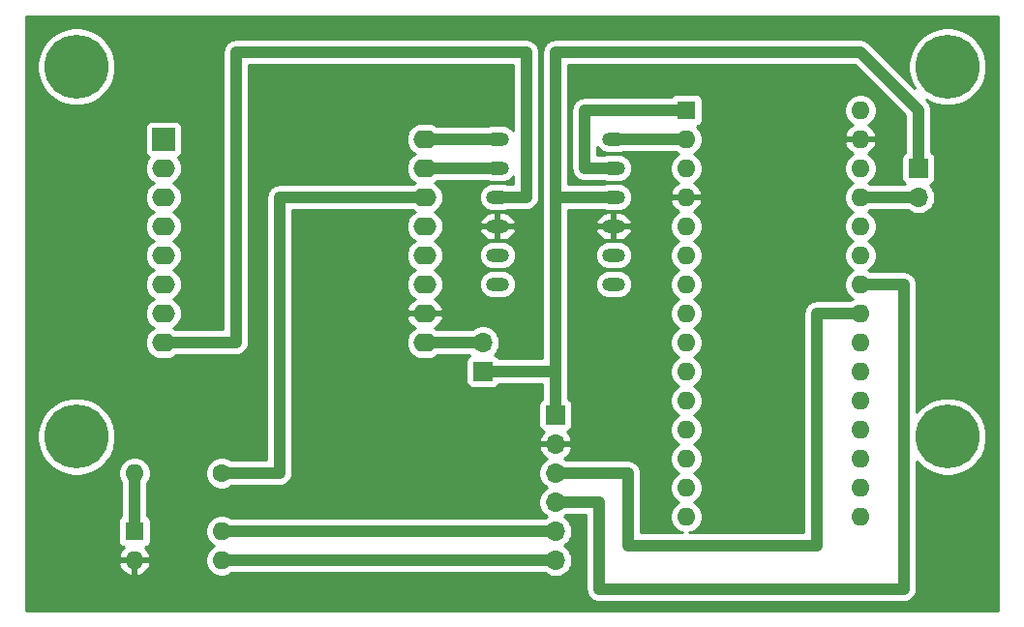
<source format=gbr>
G04 #@! TF.GenerationSoftware,KiCad,Pcbnew,5.1.5+dfsg1-2build2*
G04 #@! TF.CreationDate,2020-07-20T19:08:19+02:00*
G04 #@! TF.ProjectId,kicad,6b696361-642e-46b6-9963-61645f706362,rev?*
G04 #@! TF.SameCoordinates,Original*
G04 #@! TF.FileFunction,Copper,L2,Bot*
G04 #@! TF.FilePolarity,Positive*
%FSLAX46Y46*%
G04 Gerber Fmt 4.6, Leading zero omitted, Abs format (unit mm)*
G04 Created by KiCad (PCBNEW 5.1.5+dfsg1-2build2) date 2020-07-20 19:08:19*
%MOMM*%
%LPD*%
G04 APERTURE LIST*
%ADD10O,2.000000X1.200000*%
%ADD11C,5.600000*%
%ADD12R,1.600000X1.600000*%
%ADD13O,1.600000X1.600000*%
%ADD14R,1.700000X1.700000*%
%ADD15O,1.700000X1.700000*%
%ADD16C,1.600000*%
%ADD17O,2.000000X1.600000*%
%ADD18R,2.000000X2.000000*%
%ADD19C,1.000000*%
%ADD20C,0.254000*%
G04 APERTURE END LIST*
D10*
X100330000Y-59690000D03*
X90170000Y-59690000D03*
X100330000Y-62230000D03*
X90170000Y-62230000D03*
X100330000Y-64770000D03*
X90170000Y-64770000D03*
X100330000Y-67310000D03*
X90170000Y-67310000D03*
X100330000Y-69850000D03*
X90170000Y-69850000D03*
X100330000Y-72390000D03*
X90170000Y-72390000D03*
D11*
X129540000Y-85725000D03*
X53340000Y-85725000D03*
X129540000Y-53340000D03*
X53340000Y-53340000D03*
D12*
X106680000Y-57150000D03*
D13*
X121920000Y-90170000D03*
X106680000Y-59690000D03*
X121920000Y-87630000D03*
X106680000Y-62230000D03*
X121920000Y-85090000D03*
X106680000Y-64770000D03*
X121920000Y-82550000D03*
X106680000Y-67310000D03*
X121920000Y-80010000D03*
X106680000Y-69850000D03*
X121920000Y-77470000D03*
X106680000Y-72390000D03*
X121920000Y-74930000D03*
X106680000Y-74930000D03*
X121920000Y-72390000D03*
X106680000Y-77470000D03*
X121920000Y-69850000D03*
X106680000Y-80010000D03*
X121920000Y-67310000D03*
X106680000Y-82550000D03*
X121920000Y-64770000D03*
X106680000Y-85090000D03*
X121920000Y-62230000D03*
X106680000Y-87630000D03*
X121920000Y-59690000D03*
X106680000Y-90170000D03*
X121920000Y-57150000D03*
X106680000Y-92710000D03*
X121920000Y-92710000D03*
D14*
X95250000Y-83820000D03*
D15*
X95250000Y-86360000D03*
X95250000Y-88900000D03*
X95250000Y-91440000D03*
X95250000Y-93980000D03*
X95250000Y-96520000D03*
D14*
X127000000Y-62230000D03*
D15*
X127000000Y-64770000D03*
X88900000Y-77470000D03*
D14*
X88900000Y-80010000D03*
D16*
X66040000Y-88900000D03*
D13*
X58420000Y-88900000D03*
D17*
X60960000Y-62230000D03*
D18*
X60960000Y-59690000D03*
D17*
X60960000Y-64770000D03*
X60960000Y-67310000D03*
X60960000Y-69850000D03*
X60960000Y-72390000D03*
X60960000Y-74930000D03*
X60960000Y-77470000D03*
X83820000Y-77470000D03*
X83820000Y-74930000D03*
X83820000Y-72390000D03*
X83820000Y-69850000D03*
X83820000Y-67310000D03*
X83820000Y-64770000D03*
X83820000Y-62230000D03*
X83820000Y-59690000D03*
D12*
X58420000Y-93980000D03*
D13*
X66040000Y-96520000D03*
X58420000Y-96520000D03*
X66040000Y-93980000D03*
D19*
X100330000Y-62230000D02*
X97790000Y-62230000D01*
X97790000Y-62230000D02*
X97790000Y-57150000D01*
X97790000Y-57150000D02*
X106680000Y-57150000D01*
X100330000Y-59690000D02*
X106680000Y-59690000D01*
X118110000Y-74930000D02*
X121920000Y-74930000D01*
X118110000Y-95250000D02*
X118110000Y-74930000D01*
X101600000Y-95250000D02*
X118110000Y-95250000D01*
X101600000Y-88900000D02*
X101600000Y-95250000D01*
X95250000Y-88900000D02*
X101600000Y-88900000D01*
X125730000Y-72390000D02*
X121920000Y-72390000D01*
X125730000Y-99060000D02*
X125730000Y-72390000D01*
X99060000Y-99060000D02*
X125730000Y-99060000D01*
X99060000Y-91440000D02*
X99060000Y-99060000D01*
X95250000Y-91440000D02*
X99060000Y-91440000D01*
X127000000Y-64770000D02*
X121920000Y-64770000D01*
X88900000Y-80010000D02*
X95250000Y-80010000D01*
X95250000Y-80010000D02*
X95250000Y-83820000D01*
X95250000Y-52070000D02*
X121920000Y-52070000D01*
X121920000Y-52070000D02*
X127000000Y-57150000D01*
X127000000Y-57150000D02*
X127000000Y-62230000D01*
X95250000Y-64770000D02*
X100330000Y-64770000D01*
X95250000Y-80010000D02*
X95250000Y-64770000D01*
X95250000Y-64770000D02*
X95250000Y-52070000D01*
X68580000Y-93980000D02*
X95250000Y-93980000D01*
X68580000Y-93980000D02*
X66040000Y-93980000D01*
X68580000Y-96520000D02*
X95250000Y-96520000D01*
X68580000Y-96520000D02*
X66040000Y-96520000D01*
X83820000Y-77470000D02*
X88900000Y-77470000D01*
X68580000Y-88900000D02*
X71120000Y-88900000D01*
X71120000Y-88900000D02*
X71120000Y-64770000D01*
X71120000Y-64770000D02*
X83820000Y-64770000D01*
X68580000Y-88900000D02*
X66040000Y-88900000D01*
X58420000Y-88900000D02*
X58420000Y-93980000D01*
X90170000Y-64770000D02*
X92710000Y-64770000D01*
X92710000Y-64770000D02*
X92710000Y-52070000D01*
X92710000Y-52070000D02*
X67310000Y-52070000D01*
X67310000Y-52070000D02*
X67310000Y-77470000D01*
X67310000Y-77470000D02*
X60960000Y-77470000D01*
X90170000Y-62230000D02*
X83820000Y-62230000D01*
X90170000Y-59690000D02*
X83820000Y-59690000D01*
D20*
G36*
X133960001Y-100940000D02*
G01*
X48920000Y-100940000D01*
X48920000Y-96869039D01*
X57028096Y-96869039D01*
X57068754Y-97003087D01*
X57188963Y-97257420D01*
X57356481Y-97483414D01*
X57564869Y-97672385D01*
X57806119Y-97817070D01*
X58070960Y-97911909D01*
X58293000Y-97790624D01*
X58293000Y-96647000D01*
X58547000Y-96647000D01*
X58547000Y-97790624D01*
X58769040Y-97911909D01*
X59033881Y-97817070D01*
X59275131Y-97672385D01*
X59483519Y-97483414D01*
X59651037Y-97257420D01*
X59771246Y-97003087D01*
X59811904Y-96869039D01*
X59689915Y-96647000D01*
X58547000Y-96647000D01*
X58293000Y-96647000D01*
X57150085Y-96647000D01*
X57028096Y-96869039D01*
X48920000Y-96869039D01*
X48920000Y-93180000D01*
X56981928Y-93180000D01*
X56981928Y-94780000D01*
X56994188Y-94904482D01*
X57030498Y-95024180D01*
X57089463Y-95134494D01*
X57168815Y-95231185D01*
X57265506Y-95310537D01*
X57375820Y-95369502D01*
X57495518Y-95405812D01*
X57520080Y-95408231D01*
X57356481Y-95556586D01*
X57188963Y-95782580D01*
X57068754Y-96036913D01*
X57028096Y-96170961D01*
X57150085Y-96393000D01*
X58293000Y-96393000D01*
X58293000Y-96373000D01*
X58547000Y-96373000D01*
X58547000Y-96393000D01*
X59689915Y-96393000D01*
X59811904Y-96170961D01*
X59771246Y-96036913D01*
X59651037Y-95782580D01*
X59483519Y-95556586D01*
X59319920Y-95408231D01*
X59344482Y-95405812D01*
X59464180Y-95369502D01*
X59574494Y-95310537D01*
X59671185Y-95231185D01*
X59750537Y-95134494D01*
X59809502Y-95024180D01*
X59845812Y-94904482D01*
X59858072Y-94780000D01*
X59858072Y-93838665D01*
X64605000Y-93838665D01*
X64605000Y-94121335D01*
X64660147Y-94398574D01*
X64768320Y-94659727D01*
X64925363Y-94894759D01*
X65125241Y-95094637D01*
X65357759Y-95250000D01*
X65125241Y-95405363D01*
X64925363Y-95605241D01*
X64768320Y-95840273D01*
X64660147Y-96101426D01*
X64605000Y-96378665D01*
X64605000Y-96661335D01*
X64660147Y-96938574D01*
X64768320Y-97199727D01*
X64925363Y-97434759D01*
X65125241Y-97634637D01*
X65360273Y-97791680D01*
X65621426Y-97899853D01*
X65898665Y-97955000D01*
X66181335Y-97955000D01*
X66458574Y-97899853D01*
X66719727Y-97791680D01*
X66924284Y-97655000D01*
X94284893Y-97655000D01*
X94303368Y-97673475D01*
X94546589Y-97835990D01*
X94816842Y-97947932D01*
X95103740Y-98005000D01*
X95396260Y-98005000D01*
X95683158Y-97947932D01*
X95953411Y-97835990D01*
X96196632Y-97673475D01*
X96403475Y-97466632D01*
X96565990Y-97223411D01*
X96677932Y-96953158D01*
X96735000Y-96666260D01*
X96735000Y-96373740D01*
X96677932Y-96086842D01*
X96565990Y-95816589D01*
X96403475Y-95573368D01*
X96196632Y-95366525D01*
X96022240Y-95250000D01*
X96196632Y-95133475D01*
X96403475Y-94926632D01*
X96565990Y-94683411D01*
X96677932Y-94413158D01*
X96735000Y-94126260D01*
X96735000Y-93833740D01*
X96677932Y-93546842D01*
X96565990Y-93276589D01*
X96403475Y-93033368D01*
X96196632Y-92826525D01*
X96022240Y-92710000D01*
X96196632Y-92593475D01*
X96215107Y-92575000D01*
X97925000Y-92575000D01*
X97925001Y-99004238D01*
X97919509Y-99060000D01*
X97941423Y-99282499D01*
X98006324Y-99496447D01*
X98111716Y-99693623D01*
X98253551Y-99866449D01*
X98426377Y-100008284D01*
X98623553Y-100113676D01*
X98837501Y-100178577D01*
X99004248Y-100195000D01*
X99004249Y-100195000D01*
X99060000Y-100200491D01*
X99115752Y-100195000D01*
X125674248Y-100195000D01*
X125730000Y-100200491D01*
X125785751Y-100195000D01*
X125785752Y-100195000D01*
X125952499Y-100178577D01*
X126166447Y-100113676D01*
X126363623Y-100008284D01*
X126536449Y-99866449D01*
X126678284Y-99693623D01*
X126783676Y-99496447D01*
X126848577Y-99282499D01*
X126870491Y-99060000D01*
X126865000Y-99004248D01*
X126865000Y-87904415D01*
X126871862Y-87914685D01*
X127350315Y-88393138D01*
X127912918Y-88769057D01*
X128538048Y-89027994D01*
X129201682Y-89160000D01*
X129878318Y-89160000D01*
X130541952Y-89027994D01*
X131167082Y-88769057D01*
X131729685Y-88393138D01*
X132208138Y-87914685D01*
X132584057Y-87352082D01*
X132842994Y-86726952D01*
X132975000Y-86063318D01*
X132975000Y-85386682D01*
X132842994Y-84723048D01*
X132584057Y-84097918D01*
X132208138Y-83535315D01*
X131729685Y-83056862D01*
X131167082Y-82680943D01*
X130541952Y-82422006D01*
X129878318Y-82290000D01*
X129201682Y-82290000D01*
X128538048Y-82422006D01*
X127912918Y-82680943D01*
X127350315Y-83056862D01*
X126871862Y-83535315D01*
X126865000Y-83545585D01*
X126865000Y-72445752D01*
X126870491Y-72390000D01*
X126848577Y-72167501D01*
X126783676Y-71953553D01*
X126678284Y-71756377D01*
X126536449Y-71583551D01*
X126363623Y-71441716D01*
X126166447Y-71336324D01*
X125952499Y-71271423D01*
X125785752Y-71255000D01*
X125730000Y-71249509D01*
X125674249Y-71255000D01*
X122804284Y-71255000D01*
X122602241Y-71120000D01*
X122834759Y-70964637D01*
X123034637Y-70764759D01*
X123191680Y-70529727D01*
X123299853Y-70268574D01*
X123355000Y-69991335D01*
X123355000Y-69708665D01*
X123299853Y-69431426D01*
X123191680Y-69170273D01*
X123034637Y-68935241D01*
X122834759Y-68735363D01*
X122602241Y-68580000D01*
X122834759Y-68424637D01*
X123034637Y-68224759D01*
X123191680Y-67989727D01*
X123299853Y-67728574D01*
X123355000Y-67451335D01*
X123355000Y-67168665D01*
X123299853Y-66891426D01*
X123191680Y-66630273D01*
X123034637Y-66395241D01*
X122834759Y-66195363D01*
X122602241Y-66040000D01*
X122804284Y-65905000D01*
X126034893Y-65905000D01*
X126053368Y-65923475D01*
X126296589Y-66085990D01*
X126566842Y-66197932D01*
X126853740Y-66255000D01*
X127146260Y-66255000D01*
X127433158Y-66197932D01*
X127703411Y-66085990D01*
X127946632Y-65923475D01*
X128153475Y-65716632D01*
X128315990Y-65473411D01*
X128427932Y-65203158D01*
X128485000Y-64916260D01*
X128485000Y-64623740D01*
X128427932Y-64336842D01*
X128315990Y-64066589D01*
X128153475Y-63823368D01*
X128021620Y-63691513D01*
X128094180Y-63669502D01*
X128204494Y-63610537D01*
X128301185Y-63531185D01*
X128380537Y-63434494D01*
X128439502Y-63324180D01*
X128475812Y-63204482D01*
X128488072Y-63080000D01*
X128488072Y-61380000D01*
X128475812Y-61255518D01*
X128439502Y-61135820D01*
X128380537Y-61025506D01*
X128301185Y-60928815D01*
X128204494Y-60849463D01*
X128135000Y-60812317D01*
X128135000Y-57205751D01*
X128140491Y-57150000D01*
X128118577Y-56927501D01*
X128053676Y-56713553D01*
X127948284Y-56516377D01*
X127910447Y-56470273D01*
X127806449Y-56343551D01*
X127763141Y-56308009D01*
X127690723Y-56235591D01*
X127912918Y-56384057D01*
X128538048Y-56642994D01*
X129201682Y-56775000D01*
X129878318Y-56775000D01*
X130541952Y-56642994D01*
X131167082Y-56384057D01*
X131729685Y-56008138D01*
X132208138Y-55529685D01*
X132584057Y-54967082D01*
X132842994Y-54341952D01*
X132975000Y-53678318D01*
X132975000Y-53001682D01*
X132842994Y-52338048D01*
X132584057Y-51712918D01*
X132208138Y-51150315D01*
X131729685Y-50671862D01*
X131167082Y-50295943D01*
X130541952Y-50037006D01*
X129878318Y-49905000D01*
X129201682Y-49905000D01*
X128538048Y-50037006D01*
X127912918Y-50295943D01*
X127350315Y-50671862D01*
X126871862Y-51150315D01*
X126495943Y-51712918D01*
X126237006Y-52338048D01*
X126105000Y-53001682D01*
X126105000Y-53678318D01*
X126237006Y-54341952D01*
X126495943Y-54967082D01*
X126644409Y-55189277D01*
X122761996Y-51306865D01*
X122726449Y-51263551D01*
X122553623Y-51121716D01*
X122356447Y-51016324D01*
X122142499Y-50951423D01*
X121975752Y-50935000D01*
X121975751Y-50935000D01*
X121920000Y-50929509D01*
X121864249Y-50935000D01*
X95305752Y-50935000D01*
X95250000Y-50929509D01*
X95194249Y-50935000D01*
X95194248Y-50935000D01*
X95027501Y-50951423D01*
X94813553Y-51016324D01*
X94616377Y-51121716D01*
X94443551Y-51263551D01*
X94301716Y-51436377D01*
X94196324Y-51633553D01*
X94131423Y-51847501D01*
X94109509Y-52070000D01*
X94115001Y-52125762D01*
X94115000Y-64714248D01*
X94109509Y-64770000D01*
X94115001Y-64825762D01*
X94115000Y-78875000D01*
X90317683Y-78875000D01*
X90280537Y-78805506D01*
X90201185Y-78708815D01*
X90104494Y-78629463D01*
X89994180Y-78570498D01*
X89921620Y-78548487D01*
X90053475Y-78416632D01*
X90215990Y-78173411D01*
X90327932Y-77903158D01*
X90385000Y-77616260D01*
X90385000Y-77323740D01*
X90327932Y-77036842D01*
X90215990Y-76766589D01*
X90053475Y-76523368D01*
X89846632Y-76316525D01*
X89603411Y-76154010D01*
X89333158Y-76042068D01*
X89046260Y-75985000D01*
X88753740Y-75985000D01*
X88466842Y-76042068D01*
X88196589Y-76154010D01*
X87953368Y-76316525D01*
X87934893Y-76335000D01*
X84899002Y-76335000D01*
X84821101Y-76271068D01*
X84691655Y-76201878D01*
X84709227Y-76194430D01*
X84942662Y-76035673D01*
X85140639Y-75834425D01*
X85295551Y-75598421D01*
X85401444Y-75336730D01*
X85411904Y-75279039D01*
X85289915Y-75057000D01*
X83947000Y-75057000D01*
X83947000Y-75077000D01*
X83693000Y-75077000D01*
X83693000Y-75057000D01*
X82350085Y-75057000D01*
X82228096Y-75279039D01*
X82238556Y-75336730D01*
X82344449Y-75598421D01*
X82499361Y-75834425D01*
X82697338Y-76035673D01*
X82930773Y-76194430D01*
X82948345Y-76201878D01*
X82818899Y-76271068D01*
X82600392Y-76450392D01*
X82421068Y-76668899D01*
X82287818Y-76918192D01*
X82205764Y-77188691D01*
X82178057Y-77470000D01*
X82205764Y-77751309D01*
X82287818Y-78021808D01*
X82421068Y-78271101D01*
X82600392Y-78489608D01*
X82818899Y-78668932D01*
X83068192Y-78802182D01*
X83338691Y-78884236D01*
X83549508Y-78905000D01*
X84090492Y-78905000D01*
X84301309Y-78884236D01*
X84571808Y-78802182D01*
X84821101Y-78668932D01*
X84899002Y-78605000D01*
X87741272Y-78605000D01*
X87695506Y-78629463D01*
X87598815Y-78708815D01*
X87519463Y-78805506D01*
X87460498Y-78915820D01*
X87424188Y-79035518D01*
X87411928Y-79160000D01*
X87411928Y-80860000D01*
X87424188Y-80984482D01*
X87460498Y-81104180D01*
X87519463Y-81214494D01*
X87598815Y-81311185D01*
X87695506Y-81390537D01*
X87805820Y-81449502D01*
X87925518Y-81485812D01*
X88050000Y-81498072D01*
X89750000Y-81498072D01*
X89874482Y-81485812D01*
X89994180Y-81449502D01*
X90104494Y-81390537D01*
X90201185Y-81311185D01*
X90280537Y-81214494D01*
X90317683Y-81145000D01*
X94115000Y-81145000D01*
X94115001Y-82402317D01*
X94045506Y-82439463D01*
X93948815Y-82518815D01*
X93869463Y-82615506D01*
X93810498Y-82725820D01*
X93774188Y-82845518D01*
X93761928Y-82970000D01*
X93761928Y-84670000D01*
X93774188Y-84794482D01*
X93810498Y-84914180D01*
X93869463Y-85024494D01*
X93948815Y-85121185D01*
X94045506Y-85200537D01*
X94155820Y-85259502D01*
X94236466Y-85283966D01*
X94152412Y-85359731D01*
X93978359Y-85593080D01*
X93853175Y-85855901D01*
X93808524Y-86003110D01*
X93929845Y-86233000D01*
X95123000Y-86233000D01*
X95123000Y-86213000D01*
X95377000Y-86213000D01*
X95377000Y-86233000D01*
X96570155Y-86233000D01*
X96691476Y-86003110D01*
X96646825Y-85855901D01*
X96521641Y-85593080D01*
X96347588Y-85359731D01*
X96263534Y-85283966D01*
X96344180Y-85259502D01*
X96454494Y-85200537D01*
X96551185Y-85121185D01*
X96630537Y-85024494D01*
X96689502Y-84914180D01*
X96725812Y-84794482D01*
X96738072Y-84670000D01*
X96738072Y-82970000D01*
X96725812Y-82845518D01*
X96689502Y-82725820D01*
X96630537Y-82615506D01*
X96551185Y-82518815D01*
X96454494Y-82439463D01*
X96385000Y-82402317D01*
X96385000Y-80065751D01*
X96390491Y-80010000D01*
X96385000Y-79954248D01*
X96385000Y-72390000D01*
X98689025Y-72390000D01*
X98712870Y-72632102D01*
X98783489Y-72864901D01*
X98898167Y-73079449D01*
X99052498Y-73267502D01*
X99240551Y-73421833D01*
X99455099Y-73536511D01*
X99687898Y-73607130D01*
X99869335Y-73625000D01*
X100790665Y-73625000D01*
X100972102Y-73607130D01*
X101204901Y-73536511D01*
X101419449Y-73421833D01*
X101607502Y-73267502D01*
X101761833Y-73079449D01*
X101876511Y-72864901D01*
X101947130Y-72632102D01*
X101970975Y-72390000D01*
X101947130Y-72147898D01*
X101876511Y-71915099D01*
X101761833Y-71700551D01*
X101607502Y-71512498D01*
X101419449Y-71358167D01*
X101204901Y-71243489D01*
X100972102Y-71172870D01*
X100790665Y-71155000D01*
X99869335Y-71155000D01*
X99687898Y-71172870D01*
X99455099Y-71243489D01*
X99240551Y-71358167D01*
X99052498Y-71512498D01*
X98898167Y-71700551D01*
X98783489Y-71915099D01*
X98712870Y-72147898D01*
X98689025Y-72390000D01*
X96385000Y-72390000D01*
X96385000Y-69850000D01*
X98689025Y-69850000D01*
X98712870Y-70092102D01*
X98783489Y-70324901D01*
X98898167Y-70539449D01*
X99052498Y-70727502D01*
X99240551Y-70881833D01*
X99455099Y-70996511D01*
X99687898Y-71067130D01*
X99869335Y-71085000D01*
X100790665Y-71085000D01*
X100972102Y-71067130D01*
X101204901Y-70996511D01*
X101419449Y-70881833D01*
X101607502Y-70727502D01*
X101761833Y-70539449D01*
X101876511Y-70324901D01*
X101947130Y-70092102D01*
X101970975Y-69850000D01*
X101947130Y-69607898D01*
X101876511Y-69375099D01*
X101761833Y-69160551D01*
X101607502Y-68972498D01*
X101419449Y-68818167D01*
X101204901Y-68703489D01*
X100972102Y-68632870D01*
X100790665Y-68615000D01*
X99869335Y-68615000D01*
X99687898Y-68632870D01*
X99455099Y-68703489D01*
X99240551Y-68818167D01*
X99052498Y-68972498D01*
X98898167Y-69160551D01*
X98783489Y-69375099D01*
X98712870Y-69607898D01*
X98689025Y-69850000D01*
X96385000Y-69850000D01*
X96385000Y-67627609D01*
X98736538Y-67627609D01*
X98740409Y-67665282D01*
X98832579Y-67890533D01*
X98966922Y-68093474D01*
X99138275Y-68266307D01*
X99340054Y-68402390D01*
X99564504Y-68496493D01*
X99803000Y-68545000D01*
X100203000Y-68545000D01*
X100203000Y-67437000D01*
X100457000Y-67437000D01*
X100457000Y-68545000D01*
X100857000Y-68545000D01*
X101095496Y-68496493D01*
X101319946Y-68402390D01*
X101521725Y-68266307D01*
X101693078Y-68093474D01*
X101827421Y-67890533D01*
X101919591Y-67665282D01*
X101923462Y-67627609D01*
X101798731Y-67437000D01*
X100457000Y-67437000D01*
X100203000Y-67437000D01*
X98861269Y-67437000D01*
X98736538Y-67627609D01*
X96385000Y-67627609D01*
X96385000Y-66992391D01*
X98736538Y-66992391D01*
X98861269Y-67183000D01*
X100203000Y-67183000D01*
X100203000Y-66075000D01*
X100457000Y-66075000D01*
X100457000Y-67183000D01*
X101798731Y-67183000D01*
X101923462Y-66992391D01*
X101919591Y-66954718D01*
X101827421Y-66729467D01*
X101693078Y-66526526D01*
X101521725Y-66353693D01*
X101319946Y-66217610D01*
X101095496Y-66123507D01*
X100857000Y-66075000D01*
X100457000Y-66075000D01*
X100203000Y-66075000D01*
X99803000Y-66075000D01*
X99564504Y-66123507D01*
X99340054Y-66217610D01*
X99138275Y-66353693D01*
X98966922Y-66526526D01*
X98832579Y-66729467D01*
X98740409Y-66954718D01*
X98736538Y-66992391D01*
X96385000Y-66992391D01*
X96385000Y-65905000D01*
X99433563Y-65905000D01*
X99455099Y-65916511D01*
X99687898Y-65987130D01*
X99869335Y-66005000D01*
X100790665Y-66005000D01*
X100972102Y-65987130D01*
X101204901Y-65916511D01*
X101419449Y-65801833D01*
X101607502Y-65647502D01*
X101761833Y-65459449D01*
X101876511Y-65244901D01*
X101947130Y-65012102D01*
X101970975Y-64770000D01*
X101947130Y-64527898D01*
X101876511Y-64295099D01*
X101761833Y-64080551D01*
X101607502Y-63892498D01*
X101419449Y-63738167D01*
X101204901Y-63623489D01*
X100972102Y-63552870D01*
X100790665Y-63535000D01*
X99869335Y-63535000D01*
X99687898Y-63552870D01*
X99455099Y-63623489D01*
X99433563Y-63635000D01*
X96385000Y-63635000D01*
X96385000Y-57150000D01*
X96649509Y-57150000D01*
X96655001Y-57205762D01*
X96655000Y-62174248D01*
X96649509Y-62230000D01*
X96671423Y-62452499D01*
X96736324Y-62666447D01*
X96841716Y-62863623D01*
X96983551Y-63036449D01*
X97156377Y-63178284D01*
X97353553Y-63283676D01*
X97567501Y-63348577D01*
X97640473Y-63355764D01*
X97790000Y-63370491D01*
X97845751Y-63365000D01*
X99433563Y-63365000D01*
X99455099Y-63376511D01*
X99687898Y-63447130D01*
X99869335Y-63465000D01*
X100790665Y-63465000D01*
X100972102Y-63447130D01*
X101204901Y-63376511D01*
X101419449Y-63261833D01*
X101607502Y-63107502D01*
X101761833Y-62919449D01*
X101876511Y-62704901D01*
X101947130Y-62472102D01*
X101970975Y-62230000D01*
X101947130Y-61987898D01*
X101876511Y-61755099D01*
X101761833Y-61540551D01*
X101607502Y-61352498D01*
X101419449Y-61198167D01*
X101204901Y-61083489D01*
X100972102Y-61012870D01*
X100790665Y-60995000D01*
X99869335Y-60995000D01*
X99687898Y-61012870D01*
X99455099Y-61083489D01*
X99433563Y-61095000D01*
X98925000Y-61095000D01*
X98925000Y-60412145D01*
X99052498Y-60567502D01*
X99240551Y-60721833D01*
X99455099Y-60836511D01*
X99687898Y-60907130D01*
X99869335Y-60925000D01*
X100790665Y-60925000D01*
X100972102Y-60907130D01*
X101204901Y-60836511D01*
X101226437Y-60825000D01*
X105795716Y-60825000D01*
X105997759Y-60960000D01*
X105765241Y-61115363D01*
X105565363Y-61315241D01*
X105408320Y-61550273D01*
X105300147Y-61811426D01*
X105245000Y-62088665D01*
X105245000Y-62371335D01*
X105300147Y-62648574D01*
X105408320Y-62909727D01*
X105565363Y-63144759D01*
X105765241Y-63344637D01*
X106000273Y-63501680D01*
X106010865Y-63506067D01*
X105824869Y-63617615D01*
X105616481Y-63806586D01*
X105448963Y-64032580D01*
X105328754Y-64286913D01*
X105288096Y-64420961D01*
X105410085Y-64643000D01*
X106553000Y-64643000D01*
X106553000Y-64623000D01*
X106807000Y-64623000D01*
X106807000Y-64643000D01*
X107949915Y-64643000D01*
X108071904Y-64420961D01*
X108031246Y-64286913D01*
X107911037Y-64032580D01*
X107743519Y-63806586D01*
X107535131Y-63617615D01*
X107349135Y-63506067D01*
X107359727Y-63501680D01*
X107594759Y-63344637D01*
X107794637Y-63144759D01*
X107951680Y-62909727D01*
X108059853Y-62648574D01*
X108115000Y-62371335D01*
X108115000Y-62088665D01*
X108059853Y-61811426D01*
X107951680Y-61550273D01*
X107794637Y-61315241D01*
X107594759Y-61115363D01*
X107362241Y-60960000D01*
X107594759Y-60804637D01*
X107794637Y-60604759D01*
X107951680Y-60369727D01*
X108059853Y-60108574D01*
X108115000Y-59831335D01*
X108115000Y-59548665D01*
X108059853Y-59271426D01*
X107951680Y-59010273D01*
X107794637Y-58775241D01*
X107596039Y-58576643D01*
X107604482Y-58575812D01*
X107724180Y-58539502D01*
X107834494Y-58480537D01*
X107931185Y-58401185D01*
X108010537Y-58304494D01*
X108069502Y-58194180D01*
X108105812Y-58074482D01*
X108118072Y-57950000D01*
X108118072Y-57008665D01*
X120485000Y-57008665D01*
X120485000Y-57291335D01*
X120540147Y-57568574D01*
X120648320Y-57829727D01*
X120805363Y-58064759D01*
X121005241Y-58264637D01*
X121240273Y-58421680D01*
X121250865Y-58426067D01*
X121064869Y-58537615D01*
X120856481Y-58726586D01*
X120688963Y-58952580D01*
X120568754Y-59206913D01*
X120528096Y-59340961D01*
X120650085Y-59563000D01*
X121793000Y-59563000D01*
X121793000Y-59543000D01*
X122047000Y-59543000D01*
X122047000Y-59563000D01*
X123189915Y-59563000D01*
X123311904Y-59340961D01*
X123271246Y-59206913D01*
X123151037Y-58952580D01*
X122983519Y-58726586D01*
X122775131Y-58537615D01*
X122589135Y-58426067D01*
X122599727Y-58421680D01*
X122834759Y-58264637D01*
X123034637Y-58064759D01*
X123191680Y-57829727D01*
X123299853Y-57568574D01*
X123355000Y-57291335D01*
X123355000Y-57008665D01*
X123299853Y-56731426D01*
X123191680Y-56470273D01*
X123034637Y-56235241D01*
X122834759Y-56035363D01*
X122599727Y-55878320D01*
X122338574Y-55770147D01*
X122061335Y-55715000D01*
X121778665Y-55715000D01*
X121501426Y-55770147D01*
X121240273Y-55878320D01*
X121005241Y-56035363D01*
X120805363Y-56235241D01*
X120648320Y-56470273D01*
X120540147Y-56731426D01*
X120485000Y-57008665D01*
X108118072Y-57008665D01*
X108118072Y-56350000D01*
X108105812Y-56225518D01*
X108069502Y-56105820D01*
X108010537Y-55995506D01*
X107931185Y-55898815D01*
X107834494Y-55819463D01*
X107724180Y-55760498D01*
X107604482Y-55724188D01*
X107480000Y-55711928D01*
X105880000Y-55711928D01*
X105755518Y-55724188D01*
X105635820Y-55760498D01*
X105525506Y-55819463D01*
X105428815Y-55898815D01*
X105349463Y-55995506D01*
X105339043Y-56015000D01*
X97845752Y-56015000D01*
X97790000Y-56009509D01*
X97734249Y-56015000D01*
X97734248Y-56015000D01*
X97567501Y-56031423D01*
X97353553Y-56096324D01*
X97156377Y-56201716D01*
X96983551Y-56343551D01*
X96841716Y-56516377D01*
X96736324Y-56713553D01*
X96671423Y-56927501D01*
X96649509Y-57150000D01*
X96385000Y-57150000D01*
X96385000Y-53205000D01*
X121449869Y-53205000D01*
X125865000Y-57620132D01*
X125865001Y-60812317D01*
X125795506Y-60849463D01*
X125698815Y-60928815D01*
X125619463Y-61025506D01*
X125560498Y-61135820D01*
X125524188Y-61255518D01*
X125511928Y-61380000D01*
X125511928Y-63080000D01*
X125524188Y-63204482D01*
X125560498Y-63324180D01*
X125619463Y-63434494D01*
X125698815Y-63531185D01*
X125795506Y-63610537D01*
X125841272Y-63635000D01*
X122804284Y-63635000D01*
X122602241Y-63500000D01*
X122834759Y-63344637D01*
X123034637Y-63144759D01*
X123191680Y-62909727D01*
X123299853Y-62648574D01*
X123355000Y-62371335D01*
X123355000Y-62088665D01*
X123299853Y-61811426D01*
X123191680Y-61550273D01*
X123034637Y-61315241D01*
X122834759Y-61115363D01*
X122599727Y-60958320D01*
X122589135Y-60953933D01*
X122775131Y-60842385D01*
X122983519Y-60653414D01*
X123151037Y-60427420D01*
X123271246Y-60173087D01*
X123311904Y-60039039D01*
X123189915Y-59817000D01*
X122047000Y-59817000D01*
X122047000Y-59837000D01*
X121793000Y-59837000D01*
X121793000Y-59817000D01*
X120650085Y-59817000D01*
X120528096Y-60039039D01*
X120568754Y-60173087D01*
X120688963Y-60427420D01*
X120856481Y-60653414D01*
X121064869Y-60842385D01*
X121250865Y-60953933D01*
X121240273Y-60958320D01*
X121005241Y-61115363D01*
X120805363Y-61315241D01*
X120648320Y-61550273D01*
X120540147Y-61811426D01*
X120485000Y-62088665D01*
X120485000Y-62371335D01*
X120540147Y-62648574D01*
X120648320Y-62909727D01*
X120805363Y-63144759D01*
X121005241Y-63344637D01*
X121237759Y-63500000D01*
X121005241Y-63655363D01*
X120805363Y-63855241D01*
X120648320Y-64090273D01*
X120540147Y-64351426D01*
X120485000Y-64628665D01*
X120485000Y-64911335D01*
X120540147Y-65188574D01*
X120648320Y-65449727D01*
X120805363Y-65684759D01*
X121005241Y-65884637D01*
X121237759Y-66040000D01*
X121005241Y-66195363D01*
X120805363Y-66395241D01*
X120648320Y-66630273D01*
X120540147Y-66891426D01*
X120485000Y-67168665D01*
X120485000Y-67451335D01*
X120540147Y-67728574D01*
X120648320Y-67989727D01*
X120805363Y-68224759D01*
X121005241Y-68424637D01*
X121237759Y-68580000D01*
X121005241Y-68735363D01*
X120805363Y-68935241D01*
X120648320Y-69170273D01*
X120540147Y-69431426D01*
X120485000Y-69708665D01*
X120485000Y-69991335D01*
X120540147Y-70268574D01*
X120648320Y-70529727D01*
X120805363Y-70764759D01*
X121005241Y-70964637D01*
X121237759Y-71120000D01*
X121005241Y-71275363D01*
X120805363Y-71475241D01*
X120648320Y-71710273D01*
X120540147Y-71971426D01*
X120485000Y-72248665D01*
X120485000Y-72531335D01*
X120540147Y-72808574D01*
X120648320Y-73069727D01*
X120805363Y-73304759D01*
X121005241Y-73504637D01*
X121237759Y-73660000D01*
X121035716Y-73795000D01*
X118165752Y-73795000D01*
X118110000Y-73789509D01*
X118054249Y-73795000D01*
X118054248Y-73795000D01*
X117887501Y-73811423D01*
X117673553Y-73876324D01*
X117476377Y-73981716D01*
X117303551Y-74123551D01*
X117161716Y-74296377D01*
X117056324Y-74493553D01*
X116991423Y-74707501D01*
X116969509Y-74930000D01*
X116975001Y-74985762D01*
X116975000Y-94115000D01*
X106972153Y-94115000D01*
X107098574Y-94089853D01*
X107359727Y-93981680D01*
X107594759Y-93824637D01*
X107794637Y-93624759D01*
X107951680Y-93389727D01*
X108059853Y-93128574D01*
X108115000Y-92851335D01*
X108115000Y-92568665D01*
X108059853Y-92291426D01*
X107951680Y-92030273D01*
X107794637Y-91795241D01*
X107594759Y-91595363D01*
X107362241Y-91440000D01*
X107594759Y-91284637D01*
X107794637Y-91084759D01*
X107951680Y-90849727D01*
X108059853Y-90588574D01*
X108115000Y-90311335D01*
X108115000Y-90028665D01*
X108059853Y-89751426D01*
X107951680Y-89490273D01*
X107794637Y-89255241D01*
X107594759Y-89055363D01*
X107362241Y-88900000D01*
X107594759Y-88744637D01*
X107794637Y-88544759D01*
X107951680Y-88309727D01*
X108059853Y-88048574D01*
X108115000Y-87771335D01*
X108115000Y-87488665D01*
X108059853Y-87211426D01*
X107951680Y-86950273D01*
X107794637Y-86715241D01*
X107594759Y-86515363D01*
X107362241Y-86360000D01*
X107594759Y-86204637D01*
X107794637Y-86004759D01*
X107951680Y-85769727D01*
X108059853Y-85508574D01*
X108115000Y-85231335D01*
X108115000Y-84948665D01*
X108059853Y-84671426D01*
X107951680Y-84410273D01*
X107794637Y-84175241D01*
X107594759Y-83975363D01*
X107362241Y-83820000D01*
X107594759Y-83664637D01*
X107794637Y-83464759D01*
X107951680Y-83229727D01*
X108059853Y-82968574D01*
X108115000Y-82691335D01*
X108115000Y-82408665D01*
X108059853Y-82131426D01*
X107951680Y-81870273D01*
X107794637Y-81635241D01*
X107594759Y-81435363D01*
X107362241Y-81280000D01*
X107594759Y-81124637D01*
X107794637Y-80924759D01*
X107951680Y-80689727D01*
X108059853Y-80428574D01*
X108115000Y-80151335D01*
X108115000Y-79868665D01*
X108059853Y-79591426D01*
X107951680Y-79330273D01*
X107794637Y-79095241D01*
X107594759Y-78895363D01*
X107362241Y-78740000D01*
X107594759Y-78584637D01*
X107794637Y-78384759D01*
X107951680Y-78149727D01*
X108059853Y-77888574D01*
X108115000Y-77611335D01*
X108115000Y-77328665D01*
X108059853Y-77051426D01*
X107951680Y-76790273D01*
X107794637Y-76555241D01*
X107594759Y-76355363D01*
X107362241Y-76200000D01*
X107594759Y-76044637D01*
X107794637Y-75844759D01*
X107951680Y-75609727D01*
X108059853Y-75348574D01*
X108115000Y-75071335D01*
X108115000Y-74788665D01*
X108059853Y-74511426D01*
X107951680Y-74250273D01*
X107794637Y-74015241D01*
X107594759Y-73815363D01*
X107362241Y-73660000D01*
X107594759Y-73504637D01*
X107794637Y-73304759D01*
X107951680Y-73069727D01*
X108059853Y-72808574D01*
X108115000Y-72531335D01*
X108115000Y-72248665D01*
X108059853Y-71971426D01*
X107951680Y-71710273D01*
X107794637Y-71475241D01*
X107594759Y-71275363D01*
X107362241Y-71120000D01*
X107594759Y-70964637D01*
X107794637Y-70764759D01*
X107951680Y-70529727D01*
X108059853Y-70268574D01*
X108115000Y-69991335D01*
X108115000Y-69708665D01*
X108059853Y-69431426D01*
X107951680Y-69170273D01*
X107794637Y-68935241D01*
X107594759Y-68735363D01*
X107362241Y-68580000D01*
X107594759Y-68424637D01*
X107794637Y-68224759D01*
X107951680Y-67989727D01*
X108059853Y-67728574D01*
X108115000Y-67451335D01*
X108115000Y-67168665D01*
X108059853Y-66891426D01*
X107951680Y-66630273D01*
X107794637Y-66395241D01*
X107594759Y-66195363D01*
X107359727Y-66038320D01*
X107349135Y-66033933D01*
X107535131Y-65922385D01*
X107743519Y-65733414D01*
X107911037Y-65507420D01*
X108031246Y-65253087D01*
X108071904Y-65119039D01*
X107949915Y-64897000D01*
X106807000Y-64897000D01*
X106807000Y-64917000D01*
X106553000Y-64917000D01*
X106553000Y-64897000D01*
X105410085Y-64897000D01*
X105288096Y-65119039D01*
X105328754Y-65253087D01*
X105448963Y-65507420D01*
X105616481Y-65733414D01*
X105824869Y-65922385D01*
X106010865Y-66033933D01*
X106000273Y-66038320D01*
X105765241Y-66195363D01*
X105565363Y-66395241D01*
X105408320Y-66630273D01*
X105300147Y-66891426D01*
X105245000Y-67168665D01*
X105245000Y-67451335D01*
X105300147Y-67728574D01*
X105408320Y-67989727D01*
X105565363Y-68224759D01*
X105765241Y-68424637D01*
X105997759Y-68580000D01*
X105765241Y-68735363D01*
X105565363Y-68935241D01*
X105408320Y-69170273D01*
X105300147Y-69431426D01*
X105245000Y-69708665D01*
X105245000Y-69991335D01*
X105300147Y-70268574D01*
X105408320Y-70529727D01*
X105565363Y-70764759D01*
X105765241Y-70964637D01*
X105997759Y-71120000D01*
X105765241Y-71275363D01*
X105565363Y-71475241D01*
X105408320Y-71710273D01*
X105300147Y-71971426D01*
X105245000Y-72248665D01*
X105245000Y-72531335D01*
X105300147Y-72808574D01*
X105408320Y-73069727D01*
X105565363Y-73304759D01*
X105765241Y-73504637D01*
X105997759Y-73660000D01*
X105765241Y-73815363D01*
X105565363Y-74015241D01*
X105408320Y-74250273D01*
X105300147Y-74511426D01*
X105245000Y-74788665D01*
X105245000Y-75071335D01*
X105300147Y-75348574D01*
X105408320Y-75609727D01*
X105565363Y-75844759D01*
X105765241Y-76044637D01*
X105997759Y-76200000D01*
X105765241Y-76355363D01*
X105565363Y-76555241D01*
X105408320Y-76790273D01*
X105300147Y-77051426D01*
X105245000Y-77328665D01*
X105245000Y-77611335D01*
X105300147Y-77888574D01*
X105408320Y-78149727D01*
X105565363Y-78384759D01*
X105765241Y-78584637D01*
X105997759Y-78740000D01*
X105765241Y-78895363D01*
X105565363Y-79095241D01*
X105408320Y-79330273D01*
X105300147Y-79591426D01*
X105245000Y-79868665D01*
X105245000Y-80151335D01*
X105300147Y-80428574D01*
X105408320Y-80689727D01*
X105565363Y-80924759D01*
X105765241Y-81124637D01*
X105997759Y-81280000D01*
X105765241Y-81435363D01*
X105565363Y-81635241D01*
X105408320Y-81870273D01*
X105300147Y-82131426D01*
X105245000Y-82408665D01*
X105245000Y-82691335D01*
X105300147Y-82968574D01*
X105408320Y-83229727D01*
X105565363Y-83464759D01*
X105765241Y-83664637D01*
X105997759Y-83820000D01*
X105765241Y-83975363D01*
X105565363Y-84175241D01*
X105408320Y-84410273D01*
X105300147Y-84671426D01*
X105245000Y-84948665D01*
X105245000Y-85231335D01*
X105300147Y-85508574D01*
X105408320Y-85769727D01*
X105565363Y-86004759D01*
X105765241Y-86204637D01*
X105997759Y-86360000D01*
X105765241Y-86515363D01*
X105565363Y-86715241D01*
X105408320Y-86950273D01*
X105300147Y-87211426D01*
X105245000Y-87488665D01*
X105245000Y-87771335D01*
X105300147Y-88048574D01*
X105408320Y-88309727D01*
X105565363Y-88544759D01*
X105765241Y-88744637D01*
X105997759Y-88900000D01*
X105765241Y-89055363D01*
X105565363Y-89255241D01*
X105408320Y-89490273D01*
X105300147Y-89751426D01*
X105245000Y-90028665D01*
X105245000Y-90311335D01*
X105300147Y-90588574D01*
X105408320Y-90849727D01*
X105565363Y-91084759D01*
X105765241Y-91284637D01*
X105997759Y-91440000D01*
X105765241Y-91595363D01*
X105565363Y-91795241D01*
X105408320Y-92030273D01*
X105300147Y-92291426D01*
X105245000Y-92568665D01*
X105245000Y-92851335D01*
X105300147Y-93128574D01*
X105408320Y-93389727D01*
X105565363Y-93624759D01*
X105765241Y-93824637D01*
X106000273Y-93981680D01*
X106261426Y-94089853D01*
X106387847Y-94115000D01*
X102735000Y-94115000D01*
X102735000Y-88955751D01*
X102740491Y-88900000D01*
X102718577Y-88677501D01*
X102653676Y-88463553D01*
X102548284Y-88266377D01*
X102406449Y-88093551D01*
X102233623Y-87951716D01*
X102036447Y-87846324D01*
X101822499Y-87781423D01*
X101655752Y-87765000D01*
X101655751Y-87765000D01*
X101600000Y-87759509D01*
X101544248Y-87765000D01*
X96215107Y-87765000D01*
X96196632Y-87746525D01*
X96014466Y-87624805D01*
X96131355Y-87555178D01*
X96347588Y-87360269D01*
X96521641Y-87126920D01*
X96646825Y-86864099D01*
X96691476Y-86716890D01*
X96570155Y-86487000D01*
X95377000Y-86487000D01*
X95377000Y-86507000D01*
X95123000Y-86507000D01*
X95123000Y-86487000D01*
X93929845Y-86487000D01*
X93808524Y-86716890D01*
X93853175Y-86864099D01*
X93978359Y-87126920D01*
X94152412Y-87360269D01*
X94368645Y-87555178D01*
X94485534Y-87624805D01*
X94303368Y-87746525D01*
X94096525Y-87953368D01*
X93934010Y-88196589D01*
X93822068Y-88466842D01*
X93765000Y-88753740D01*
X93765000Y-89046260D01*
X93822068Y-89333158D01*
X93934010Y-89603411D01*
X94096525Y-89846632D01*
X94303368Y-90053475D01*
X94477760Y-90170000D01*
X94303368Y-90286525D01*
X94096525Y-90493368D01*
X93934010Y-90736589D01*
X93822068Y-91006842D01*
X93765000Y-91293740D01*
X93765000Y-91586260D01*
X93822068Y-91873158D01*
X93934010Y-92143411D01*
X94096525Y-92386632D01*
X94303368Y-92593475D01*
X94477760Y-92710000D01*
X94303368Y-92826525D01*
X94284893Y-92845000D01*
X66924284Y-92845000D01*
X66719727Y-92708320D01*
X66458574Y-92600147D01*
X66181335Y-92545000D01*
X65898665Y-92545000D01*
X65621426Y-92600147D01*
X65360273Y-92708320D01*
X65125241Y-92865363D01*
X64925363Y-93065241D01*
X64768320Y-93300273D01*
X64660147Y-93561426D01*
X64605000Y-93838665D01*
X59858072Y-93838665D01*
X59858072Y-93180000D01*
X59845812Y-93055518D01*
X59809502Y-92935820D01*
X59750537Y-92825506D01*
X59671185Y-92728815D01*
X59574494Y-92649463D01*
X59555000Y-92639043D01*
X59555000Y-89784284D01*
X59691680Y-89579727D01*
X59799853Y-89318574D01*
X59855000Y-89041335D01*
X59855000Y-88758665D01*
X59799853Y-88481426D01*
X59691680Y-88220273D01*
X59534637Y-87985241D01*
X59334759Y-87785363D01*
X59099727Y-87628320D01*
X58838574Y-87520147D01*
X58561335Y-87465000D01*
X58278665Y-87465000D01*
X58001426Y-87520147D01*
X57740273Y-87628320D01*
X57505241Y-87785363D01*
X57305363Y-87985241D01*
X57148320Y-88220273D01*
X57040147Y-88481426D01*
X56985000Y-88758665D01*
X56985000Y-89041335D01*
X57040147Y-89318574D01*
X57148320Y-89579727D01*
X57285000Y-89784284D01*
X57285001Y-92639043D01*
X57265506Y-92649463D01*
X57168815Y-92728815D01*
X57089463Y-92825506D01*
X57030498Y-92935820D01*
X56994188Y-93055518D01*
X56981928Y-93180000D01*
X48920000Y-93180000D01*
X48920000Y-85386682D01*
X49905000Y-85386682D01*
X49905000Y-86063318D01*
X50037006Y-86726952D01*
X50295943Y-87352082D01*
X50671862Y-87914685D01*
X51150315Y-88393138D01*
X51712918Y-88769057D01*
X52338048Y-89027994D01*
X53001682Y-89160000D01*
X53678318Y-89160000D01*
X54341952Y-89027994D01*
X54967082Y-88769057D01*
X55529685Y-88393138D01*
X56008138Y-87914685D01*
X56384057Y-87352082D01*
X56642994Y-86726952D01*
X56775000Y-86063318D01*
X56775000Y-85386682D01*
X56642994Y-84723048D01*
X56384057Y-84097918D01*
X56008138Y-83535315D01*
X55529685Y-83056862D01*
X54967082Y-82680943D01*
X54341952Y-82422006D01*
X53678318Y-82290000D01*
X53001682Y-82290000D01*
X52338048Y-82422006D01*
X51712918Y-82680943D01*
X51150315Y-83056862D01*
X50671862Y-83535315D01*
X50295943Y-84097918D01*
X50037006Y-84723048D01*
X49905000Y-85386682D01*
X48920000Y-85386682D01*
X48920000Y-62230000D01*
X59318057Y-62230000D01*
X59345764Y-62511309D01*
X59427818Y-62781808D01*
X59561068Y-63031101D01*
X59740392Y-63249608D01*
X59958899Y-63428932D01*
X60091858Y-63500000D01*
X59958899Y-63571068D01*
X59740392Y-63750392D01*
X59561068Y-63968899D01*
X59427818Y-64218192D01*
X59345764Y-64488691D01*
X59318057Y-64770000D01*
X59345764Y-65051309D01*
X59427818Y-65321808D01*
X59561068Y-65571101D01*
X59740392Y-65789608D01*
X59958899Y-65968932D01*
X60091858Y-66040000D01*
X59958899Y-66111068D01*
X59740392Y-66290392D01*
X59561068Y-66508899D01*
X59427818Y-66758192D01*
X59345764Y-67028691D01*
X59318057Y-67310000D01*
X59345764Y-67591309D01*
X59427818Y-67861808D01*
X59561068Y-68111101D01*
X59740392Y-68329608D01*
X59958899Y-68508932D01*
X60091858Y-68580000D01*
X59958899Y-68651068D01*
X59740392Y-68830392D01*
X59561068Y-69048899D01*
X59427818Y-69298192D01*
X59345764Y-69568691D01*
X59318057Y-69850000D01*
X59345764Y-70131309D01*
X59427818Y-70401808D01*
X59561068Y-70651101D01*
X59740392Y-70869608D01*
X59958899Y-71048932D01*
X60091858Y-71120000D01*
X59958899Y-71191068D01*
X59740392Y-71370392D01*
X59561068Y-71588899D01*
X59427818Y-71838192D01*
X59345764Y-72108691D01*
X59318057Y-72390000D01*
X59345764Y-72671309D01*
X59427818Y-72941808D01*
X59561068Y-73191101D01*
X59740392Y-73409608D01*
X59958899Y-73588932D01*
X60091858Y-73660000D01*
X59958899Y-73731068D01*
X59740392Y-73910392D01*
X59561068Y-74128899D01*
X59427818Y-74378192D01*
X59345764Y-74648691D01*
X59318057Y-74930000D01*
X59345764Y-75211309D01*
X59427818Y-75481808D01*
X59561068Y-75731101D01*
X59740392Y-75949608D01*
X59958899Y-76128932D01*
X60091858Y-76200000D01*
X59958899Y-76271068D01*
X59740392Y-76450392D01*
X59561068Y-76668899D01*
X59427818Y-76918192D01*
X59345764Y-77188691D01*
X59318057Y-77470000D01*
X59345764Y-77751309D01*
X59427818Y-78021808D01*
X59561068Y-78271101D01*
X59740392Y-78489608D01*
X59958899Y-78668932D01*
X60208192Y-78802182D01*
X60478691Y-78884236D01*
X60689508Y-78905000D01*
X61230492Y-78905000D01*
X61441309Y-78884236D01*
X61711808Y-78802182D01*
X61961101Y-78668932D01*
X62039002Y-78605000D01*
X67254249Y-78605000D01*
X67310000Y-78610491D01*
X67532499Y-78588577D01*
X67746447Y-78523676D01*
X67943623Y-78418284D01*
X68116449Y-78276449D01*
X68258284Y-78103623D01*
X68363676Y-77906447D01*
X68428577Y-77692499D01*
X68445000Y-77525752D01*
X68450491Y-77470000D01*
X68445000Y-77414248D01*
X68445000Y-53205000D01*
X91575001Y-53205000D01*
X91575000Y-58967855D01*
X91447502Y-58812498D01*
X91259449Y-58658167D01*
X91044901Y-58543489D01*
X90812102Y-58472870D01*
X90630665Y-58455000D01*
X89709335Y-58455000D01*
X89527898Y-58472870D01*
X89295099Y-58543489D01*
X89273563Y-58555000D01*
X84899002Y-58555000D01*
X84821101Y-58491068D01*
X84571808Y-58357818D01*
X84301309Y-58275764D01*
X84090492Y-58255000D01*
X83549508Y-58255000D01*
X83338691Y-58275764D01*
X83068192Y-58357818D01*
X82818899Y-58491068D01*
X82600392Y-58670392D01*
X82421068Y-58888899D01*
X82287818Y-59138192D01*
X82205764Y-59408691D01*
X82178057Y-59690000D01*
X82205764Y-59971309D01*
X82287818Y-60241808D01*
X82421068Y-60491101D01*
X82600392Y-60709608D01*
X82818899Y-60888932D01*
X82951858Y-60960000D01*
X82818899Y-61031068D01*
X82600392Y-61210392D01*
X82421068Y-61428899D01*
X82287818Y-61678192D01*
X82205764Y-61948691D01*
X82178057Y-62230000D01*
X82205764Y-62511309D01*
X82287818Y-62781808D01*
X82421068Y-63031101D01*
X82600392Y-63249608D01*
X82818899Y-63428932D01*
X82951858Y-63500000D01*
X82818899Y-63571068D01*
X82740998Y-63635000D01*
X71175752Y-63635000D01*
X71120000Y-63629509D01*
X71064249Y-63635000D01*
X71064248Y-63635000D01*
X70897501Y-63651423D01*
X70683553Y-63716324D01*
X70486377Y-63821716D01*
X70313551Y-63963551D01*
X70171716Y-64136377D01*
X70066324Y-64333553D01*
X70001423Y-64547501D01*
X69979509Y-64770000D01*
X69985001Y-64825762D01*
X69985000Y-87765000D01*
X66924284Y-87765000D01*
X66719727Y-87628320D01*
X66458574Y-87520147D01*
X66181335Y-87465000D01*
X65898665Y-87465000D01*
X65621426Y-87520147D01*
X65360273Y-87628320D01*
X65125241Y-87785363D01*
X64925363Y-87985241D01*
X64768320Y-88220273D01*
X64660147Y-88481426D01*
X64605000Y-88758665D01*
X64605000Y-89041335D01*
X64660147Y-89318574D01*
X64768320Y-89579727D01*
X64925363Y-89814759D01*
X65125241Y-90014637D01*
X65360273Y-90171680D01*
X65621426Y-90279853D01*
X65898665Y-90335000D01*
X66181335Y-90335000D01*
X66458574Y-90279853D01*
X66719727Y-90171680D01*
X66924284Y-90035000D01*
X71064248Y-90035000D01*
X71120000Y-90040491D01*
X71175751Y-90035000D01*
X71175752Y-90035000D01*
X71342499Y-90018577D01*
X71556447Y-89953676D01*
X71753623Y-89848284D01*
X71926449Y-89706449D01*
X72068284Y-89533623D01*
X72173676Y-89336447D01*
X72238577Y-89122499D01*
X72260491Y-88900000D01*
X72255000Y-88844248D01*
X72255000Y-65905000D01*
X82740998Y-65905000D01*
X82818899Y-65968932D01*
X82951858Y-66040000D01*
X82818899Y-66111068D01*
X82600392Y-66290392D01*
X82421068Y-66508899D01*
X82287818Y-66758192D01*
X82205764Y-67028691D01*
X82178057Y-67310000D01*
X82205764Y-67591309D01*
X82287818Y-67861808D01*
X82421068Y-68111101D01*
X82600392Y-68329608D01*
X82818899Y-68508932D01*
X82951858Y-68580000D01*
X82818899Y-68651068D01*
X82600392Y-68830392D01*
X82421068Y-69048899D01*
X82287818Y-69298192D01*
X82205764Y-69568691D01*
X82178057Y-69850000D01*
X82205764Y-70131309D01*
X82287818Y-70401808D01*
X82421068Y-70651101D01*
X82600392Y-70869608D01*
X82818899Y-71048932D01*
X82951858Y-71120000D01*
X82818899Y-71191068D01*
X82600392Y-71370392D01*
X82421068Y-71588899D01*
X82287818Y-71838192D01*
X82205764Y-72108691D01*
X82178057Y-72390000D01*
X82205764Y-72671309D01*
X82287818Y-72941808D01*
X82421068Y-73191101D01*
X82600392Y-73409608D01*
X82818899Y-73588932D01*
X82948345Y-73658122D01*
X82930773Y-73665570D01*
X82697338Y-73824327D01*
X82499361Y-74025575D01*
X82344449Y-74261579D01*
X82238556Y-74523270D01*
X82228096Y-74580961D01*
X82350085Y-74803000D01*
X83693000Y-74803000D01*
X83693000Y-74783000D01*
X83947000Y-74783000D01*
X83947000Y-74803000D01*
X85289915Y-74803000D01*
X85411904Y-74580961D01*
X85401444Y-74523270D01*
X85295551Y-74261579D01*
X85140639Y-74025575D01*
X84942662Y-73824327D01*
X84709227Y-73665570D01*
X84691655Y-73658122D01*
X84821101Y-73588932D01*
X85039608Y-73409608D01*
X85218932Y-73191101D01*
X85352182Y-72941808D01*
X85434236Y-72671309D01*
X85461943Y-72390000D01*
X88529025Y-72390000D01*
X88552870Y-72632102D01*
X88623489Y-72864901D01*
X88738167Y-73079449D01*
X88892498Y-73267502D01*
X89080551Y-73421833D01*
X89295099Y-73536511D01*
X89527898Y-73607130D01*
X89709335Y-73625000D01*
X90630665Y-73625000D01*
X90812102Y-73607130D01*
X91044901Y-73536511D01*
X91259449Y-73421833D01*
X91447502Y-73267502D01*
X91601833Y-73079449D01*
X91716511Y-72864901D01*
X91787130Y-72632102D01*
X91810975Y-72390000D01*
X91787130Y-72147898D01*
X91716511Y-71915099D01*
X91601833Y-71700551D01*
X91447502Y-71512498D01*
X91259449Y-71358167D01*
X91044901Y-71243489D01*
X90812102Y-71172870D01*
X90630665Y-71155000D01*
X89709335Y-71155000D01*
X89527898Y-71172870D01*
X89295099Y-71243489D01*
X89080551Y-71358167D01*
X88892498Y-71512498D01*
X88738167Y-71700551D01*
X88623489Y-71915099D01*
X88552870Y-72147898D01*
X88529025Y-72390000D01*
X85461943Y-72390000D01*
X85434236Y-72108691D01*
X85352182Y-71838192D01*
X85218932Y-71588899D01*
X85039608Y-71370392D01*
X84821101Y-71191068D01*
X84688142Y-71120000D01*
X84821101Y-71048932D01*
X85039608Y-70869608D01*
X85218932Y-70651101D01*
X85352182Y-70401808D01*
X85434236Y-70131309D01*
X85461943Y-69850000D01*
X88529025Y-69850000D01*
X88552870Y-70092102D01*
X88623489Y-70324901D01*
X88738167Y-70539449D01*
X88892498Y-70727502D01*
X89080551Y-70881833D01*
X89295099Y-70996511D01*
X89527898Y-71067130D01*
X89709335Y-71085000D01*
X90630665Y-71085000D01*
X90812102Y-71067130D01*
X91044901Y-70996511D01*
X91259449Y-70881833D01*
X91447502Y-70727502D01*
X91601833Y-70539449D01*
X91716511Y-70324901D01*
X91787130Y-70092102D01*
X91810975Y-69850000D01*
X91787130Y-69607898D01*
X91716511Y-69375099D01*
X91601833Y-69160551D01*
X91447502Y-68972498D01*
X91259449Y-68818167D01*
X91044901Y-68703489D01*
X90812102Y-68632870D01*
X90630665Y-68615000D01*
X89709335Y-68615000D01*
X89527898Y-68632870D01*
X89295099Y-68703489D01*
X89080551Y-68818167D01*
X88892498Y-68972498D01*
X88738167Y-69160551D01*
X88623489Y-69375099D01*
X88552870Y-69607898D01*
X88529025Y-69850000D01*
X85461943Y-69850000D01*
X85434236Y-69568691D01*
X85352182Y-69298192D01*
X85218932Y-69048899D01*
X85039608Y-68830392D01*
X84821101Y-68651068D01*
X84688142Y-68580000D01*
X84821101Y-68508932D01*
X85039608Y-68329608D01*
X85218932Y-68111101D01*
X85352182Y-67861808D01*
X85423224Y-67627609D01*
X88576538Y-67627609D01*
X88580409Y-67665282D01*
X88672579Y-67890533D01*
X88806922Y-68093474D01*
X88978275Y-68266307D01*
X89180054Y-68402390D01*
X89404504Y-68496493D01*
X89643000Y-68545000D01*
X90043000Y-68545000D01*
X90043000Y-67437000D01*
X90297000Y-67437000D01*
X90297000Y-68545000D01*
X90697000Y-68545000D01*
X90935496Y-68496493D01*
X91159946Y-68402390D01*
X91361725Y-68266307D01*
X91533078Y-68093474D01*
X91667421Y-67890533D01*
X91759591Y-67665282D01*
X91763462Y-67627609D01*
X91638731Y-67437000D01*
X90297000Y-67437000D01*
X90043000Y-67437000D01*
X88701269Y-67437000D01*
X88576538Y-67627609D01*
X85423224Y-67627609D01*
X85434236Y-67591309D01*
X85461943Y-67310000D01*
X85434236Y-67028691D01*
X85423225Y-66992391D01*
X88576538Y-66992391D01*
X88701269Y-67183000D01*
X90043000Y-67183000D01*
X90043000Y-66075000D01*
X90297000Y-66075000D01*
X90297000Y-67183000D01*
X91638731Y-67183000D01*
X91763462Y-66992391D01*
X91759591Y-66954718D01*
X91667421Y-66729467D01*
X91533078Y-66526526D01*
X91361725Y-66353693D01*
X91159946Y-66217610D01*
X90935496Y-66123507D01*
X90697000Y-66075000D01*
X90297000Y-66075000D01*
X90043000Y-66075000D01*
X89643000Y-66075000D01*
X89404504Y-66123507D01*
X89180054Y-66217610D01*
X88978275Y-66353693D01*
X88806922Y-66526526D01*
X88672579Y-66729467D01*
X88580409Y-66954718D01*
X88576538Y-66992391D01*
X85423225Y-66992391D01*
X85352182Y-66758192D01*
X85218932Y-66508899D01*
X85039608Y-66290392D01*
X84821101Y-66111068D01*
X84688142Y-66040000D01*
X84821101Y-65968932D01*
X85039608Y-65789608D01*
X85218932Y-65571101D01*
X85352182Y-65321808D01*
X85434236Y-65051309D01*
X85461943Y-64770000D01*
X85434236Y-64488691D01*
X85352182Y-64218192D01*
X85218932Y-63968899D01*
X85039608Y-63750392D01*
X84821101Y-63571068D01*
X84688142Y-63500000D01*
X84821101Y-63428932D01*
X84899002Y-63365000D01*
X89273563Y-63365000D01*
X89295099Y-63376511D01*
X89527898Y-63447130D01*
X89709335Y-63465000D01*
X90630665Y-63465000D01*
X90812102Y-63447130D01*
X91044901Y-63376511D01*
X91259449Y-63261833D01*
X91447502Y-63107502D01*
X91575000Y-62952145D01*
X91575000Y-63635000D01*
X91066437Y-63635000D01*
X91044901Y-63623489D01*
X90812102Y-63552870D01*
X90630665Y-63535000D01*
X89709335Y-63535000D01*
X89527898Y-63552870D01*
X89295099Y-63623489D01*
X89080551Y-63738167D01*
X88892498Y-63892498D01*
X88738167Y-64080551D01*
X88623489Y-64295099D01*
X88552870Y-64527898D01*
X88529025Y-64770000D01*
X88552870Y-65012102D01*
X88623489Y-65244901D01*
X88738167Y-65459449D01*
X88892498Y-65647502D01*
X89080551Y-65801833D01*
X89295099Y-65916511D01*
X89527898Y-65987130D01*
X89709335Y-66005000D01*
X90630665Y-66005000D01*
X90812102Y-65987130D01*
X91044901Y-65916511D01*
X91066437Y-65905000D01*
X92654248Y-65905000D01*
X92710000Y-65910491D01*
X92765751Y-65905000D01*
X92765752Y-65905000D01*
X92932499Y-65888577D01*
X93146447Y-65823676D01*
X93343623Y-65718284D01*
X93516449Y-65576449D01*
X93658284Y-65403623D01*
X93763676Y-65206447D01*
X93828577Y-64992499D01*
X93850491Y-64770000D01*
X93845000Y-64714248D01*
X93845000Y-52125752D01*
X93850491Y-52070000D01*
X93828577Y-51847501D01*
X93763676Y-51633553D01*
X93658284Y-51436377D01*
X93516449Y-51263551D01*
X93343623Y-51121716D01*
X93146447Y-51016324D01*
X92932499Y-50951423D01*
X92765752Y-50935000D01*
X92710000Y-50929509D01*
X92654249Y-50935000D01*
X67365751Y-50935000D01*
X67310000Y-50929509D01*
X67254248Y-50935000D01*
X67087501Y-50951423D01*
X66873553Y-51016324D01*
X66676377Y-51121716D01*
X66503551Y-51263551D01*
X66361716Y-51436377D01*
X66256324Y-51633553D01*
X66191423Y-51847501D01*
X66169509Y-52070000D01*
X66175000Y-52125752D01*
X66175001Y-76335000D01*
X62039002Y-76335000D01*
X61961101Y-76271068D01*
X61828142Y-76200000D01*
X61961101Y-76128932D01*
X62179608Y-75949608D01*
X62358932Y-75731101D01*
X62492182Y-75481808D01*
X62574236Y-75211309D01*
X62601943Y-74930000D01*
X62574236Y-74648691D01*
X62492182Y-74378192D01*
X62358932Y-74128899D01*
X62179608Y-73910392D01*
X61961101Y-73731068D01*
X61828142Y-73660000D01*
X61961101Y-73588932D01*
X62179608Y-73409608D01*
X62358932Y-73191101D01*
X62492182Y-72941808D01*
X62574236Y-72671309D01*
X62601943Y-72390000D01*
X62574236Y-72108691D01*
X62492182Y-71838192D01*
X62358932Y-71588899D01*
X62179608Y-71370392D01*
X61961101Y-71191068D01*
X61828142Y-71120000D01*
X61961101Y-71048932D01*
X62179608Y-70869608D01*
X62358932Y-70651101D01*
X62492182Y-70401808D01*
X62574236Y-70131309D01*
X62601943Y-69850000D01*
X62574236Y-69568691D01*
X62492182Y-69298192D01*
X62358932Y-69048899D01*
X62179608Y-68830392D01*
X61961101Y-68651068D01*
X61828142Y-68580000D01*
X61961101Y-68508932D01*
X62179608Y-68329608D01*
X62358932Y-68111101D01*
X62492182Y-67861808D01*
X62574236Y-67591309D01*
X62601943Y-67310000D01*
X62574236Y-67028691D01*
X62492182Y-66758192D01*
X62358932Y-66508899D01*
X62179608Y-66290392D01*
X61961101Y-66111068D01*
X61828142Y-66040000D01*
X61961101Y-65968932D01*
X62179608Y-65789608D01*
X62358932Y-65571101D01*
X62492182Y-65321808D01*
X62574236Y-65051309D01*
X62601943Y-64770000D01*
X62574236Y-64488691D01*
X62492182Y-64218192D01*
X62358932Y-63968899D01*
X62179608Y-63750392D01*
X61961101Y-63571068D01*
X61828142Y-63500000D01*
X61961101Y-63428932D01*
X62179608Y-63249608D01*
X62358932Y-63031101D01*
X62492182Y-62781808D01*
X62574236Y-62511309D01*
X62601943Y-62230000D01*
X62574236Y-61948691D01*
X62492182Y-61678192D01*
X62358932Y-61428899D01*
X62226524Y-61267559D01*
X62314494Y-61220537D01*
X62411185Y-61141185D01*
X62490537Y-61044494D01*
X62549502Y-60934180D01*
X62585812Y-60814482D01*
X62598072Y-60690000D01*
X62598072Y-58690000D01*
X62585812Y-58565518D01*
X62549502Y-58445820D01*
X62490537Y-58335506D01*
X62411185Y-58238815D01*
X62314494Y-58159463D01*
X62204180Y-58100498D01*
X62084482Y-58064188D01*
X61960000Y-58051928D01*
X59960000Y-58051928D01*
X59835518Y-58064188D01*
X59715820Y-58100498D01*
X59605506Y-58159463D01*
X59508815Y-58238815D01*
X59429463Y-58335506D01*
X59370498Y-58445820D01*
X59334188Y-58565518D01*
X59321928Y-58690000D01*
X59321928Y-60690000D01*
X59334188Y-60814482D01*
X59370498Y-60934180D01*
X59429463Y-61044494D01*
X59508815Y-61141185D01*
X59605506Y-61220537D01*
X59693476Y-61267559D01*
X59561068Y-61428899D01*
X59427818Y-61678192D01*
X59345764Y-61948691D01*
X59318057Y-62230000D01*
X48920000Y-62230000D01*
X48920000Y-53001682D01*
X49905000Y-53001682D01*
X49905000Y-53678318D01*
X50037006Y-54341952D01*
X50295943Y-54967082D01*
X50671862Y-55529685D01*
X51150315Y-56008138D01*
X51712918Y-56384057D01*
X52338048Y-56642994D01*
X53001682Y-56775000D01*
X53678318Y-56775000D01*
X54341952Y-56642994D01*
X54967082Y-56384057D01*
X55529685Y-56008138D01*
X56008138Y-55529685D01*
X56384057Y-54967082D01*
X56642994Y-54341952D01*
X56775000Y-53678318D01*
X56775000Y-53001682D01*
X56642994Y-52338048D01*
X56384057Y-51712918D01*
X56008138Y-51150315D01*
X55529685Y-50671862D01*
X54967082Y-50295943D01*
X54341952Y-50037006D01*
X53678318Y-49905000D01*
X53001682Y-49905000D01*
X52338048Y-50037006D01*
X51712918Y-50295943D01*
X51150315Y-50671862D01*
X50671862Y-51150315D01*
X50295943Y-51712918D01*
X50037006Y-52338048D01*
X49905000Y-53001682D01*
X48920000Y-53001682D01*
X48920000Y-48920000D01*
X133960000Y-48920000D01*
X133960001Y-100940000D01*
G37*
X133960001Y-100940000D02*
X48920000Y-100940000D01*
X48920000Y-96869039D01*
X57028096Y-96869039D01*
X57068754Y-97003087D01*
X57188963Y-97257420D01*
X57356481Y-97483414D01*
X57564869Y-97672385D01*
X57806119Y-97817070D01*
X58070960Y-97911909D01*
X58293000Y-97790624D01*
X58293000Y-96647000D01*
X58547000Y-96647000D01*
X58547000Y-97790624D01*
X58769040Y-97911909D01*
X59033881Y-97817070D01*
X59275131Y-97672385D01*
X59483519Y-97483414D01*
X59651037Y-97257420D01*
X59771246Y-97003087D01*
X59811904Y-96869039D01*
X59689915Y-96647000D01*
X58547000Y-96647000D01*
X58293000Y-96647000D01*
X57150085Y-96647000D01*
X57028096Y-96869039D01*
X48920000Y-96869039D01*
X48920000Y-93180000D01*
X56981928Y-93180000D01*
X56981928Y-94780000D01*
X56994188Y-94904482D01*
X57030498Y-95024180D01*
X57089463Y-95134494D01*
X57168815Y-95231185D01*
X57265506Y-95310537D01*
X57375820Y-95369502D01*
X57495518Y-95405812D01*
X57520080Y-95408231D01*
X57356481Y-95556586D01*
X57188963Y-95782580D01*
X57068754Y-96036913D01*
X57028096Y-96170961D01*
X57150085Y-96393000D01*
X58293000Y-96393000D01*
X58293000Y-96373000D01*
X58547000Y-96373000D01*
X58547000Y-96393000D01*
X59689915Y-96393000D01*
X59811904Y-96170961D01*
X59771246Y-96036913D01*
X59651037Y-95782580D01*
X59483519Y-95556586D01*
X59319920Y-95408231D01*
X59344482Y-95405812D01*
X59464180Y-95369502D01*
X59574494Y-95310537D01*
X59671185Y-95231185D01*
X59750537Y-95134494D01*
X59809502Y-95024180D01*
X59845812Y-94904482D01*
X59858072Y-94780000D01*
X59858072Y-93838665D01*
X64605000Y-93838665D01*
X64605000Y-94121335D01*
X64660147Y-94398574D01*
X64768320Y-94659727D01*
X64925363Y-94894759D01*
X65125241Y-95094637D01*
X65357759Y-95250000D01*
X65125241Y-95405363D01*
X64925363Y-95605241D01*
X64768320Y-95840273D01*
X64660147Y-96101426D01*
X64605000Y-96378665D01*
X64605000Y-96661335D01*
X64660147Y-96938574D01*
X64768320Y-97199727D01*
X64925363Y-97434759D01*
X65125241Y-97634637D01*
X65360273Y-97791680D01*
X65621426Y-97899853D01*
X65898665Y-97955000D01*
X66181335Y-97955000D01*
X66458574Y-97899853D01*
X66719727Y-97791680D01*
X66924284Y-97655000D01*
X94284893Y-97655000D01*
X94303368Y-97673475D01*
X94546589Y-97835990D01*
X94816842Y-97947932D01*
X95103740Y-98005000D01*
X95396260Y-98005000D01*
X95683158Y-97947932D01*
X95953411Y-97835990D01*
X96196632Y-97673475D01*
X96403475Y-97466632D01*
X96565990Y-97223411D01*
X96677932Y-96953158D01*
X96735000Y-96666260D01*
X96735000Y-96373740D01*
X96677932Y-96086842D01*
X96565990Y-95816589D01*
X96403475Y-95573368D01*
X96196632Y-95366525D01*
X96022240Y-95250000D01*
X96196632Y-95133475D01*
X96403475Y-94926632D01*
X96565990Y-94683411D01*
X96677932Y-94413158D01*
X96735000Y-94126260D01*
X96735000Y-93833740D01*
X96677932Y-93546842D01*
X96565990Y-93276589D01*
X96403475Y-93033368D01*
X96196632Y-92826525D01*
X96022240Y-92710000D01*
X96196632Y-92593475D01*
X96215107Y-92575000D01*
X97925000Y-92575000D01*
X97925001Y-99004238D01*
X97919509Y-99060000D01*
X97941423Y-99282499D01*
X98006324Y-99496447D01*
X98111716Y-99693623D01*
X98253551Y-99866449D01*
X98426377Y-100008284D01*
X98623553Y-100113676D01*
X98837501Y-100178577D01*
X99004248Y-100195000D01*
X99004249Y-100195000D01*
X99060000Y-100200491D01*
X99115752Y-100195000D01*
X125674248Y-100195000D01*
X125730000Y-100200491D01*
X125785751Y-100195000D01*
X125785752Y-100195000D01*
X125952499Y-100178577D01*
X126166447Y-100113676D01*
X126363623Y-100008284D01*
X126536449Y-99866449D01*
X126678284Y-99693623D01*
X126783676Y-99496447D01*
X126848577Y-99282499D01*
X126870491Y-99060000D01*
X126865000Y-99004248D01*
X126865000Y-87904415D01*
X126871862Y-87914685D01*
X127350315Y-88393138D01*
X127912918Y-88769057D01*
X128538048Y-89027994D01*
X129201682Y-89160000D01*
X129878318Y-89160000D01*
X130541952Y-89027994D01*
X131167082Y-88769057D01*
X131729685Y-88393138D01*
X132208138Y-87914685D01*
X132584057Y-87352082D01*
X132842994Y-86726952D01*
X132975000Y-86063318D01*
X132975000Y-85386682D01*
X132842994Y-84723048D01*
X132584057Y-84097918D01*
X132208138Y-83535315D01*
X131729685Y-83056862D01*
X131167082Y-82680943D01*
X130541952Y-82422006D01*
X129878318Y-82290000D01*
X129201682Y-82290000D01*
X128538048Y-82422006D01*
X127912918Y-82680943D01*
X127350315Y-83056862D01*
X126871862Y-83535315D01*
X126865000Y-83545585D01*
X126865000Y-72445752D01*
X126870491Y-72390000D01*
X126848577Y-72167501D01*
X126783676Y-71953553D01*
X126678284Y-71756377D01*
X126536449Y-71583551D01*
X126363623Y-71441716D01*
X126166447Y-71336324D01*
X125952499Y-71271423D01*
X125785752Y-71255000D01*
X125730000Y-71249509D01*
X125674249Y-71255000D01*
X122804284Y-71255000D01*
X122602241Y-71120000D01*
X122834759Y-70964637D01*
X123034637Y-70764759D01*
X123191680Y-70529727D01*
X123299853Y-70268574D01*
X123355000Y-69991335D01*
X123355000Y-69708665D01*
X123299853Y-69431426D01*
X123191680Y-69170273D01*
X123034637Y-68935241D01*
X122834759Y-68735363D01*
X122602241Y-68580000D01*
X122834759Y-68424637D01*
X123034637Y-68224759D01*
X123191680Y-67989727D01*
X123299853Y-67728574D01*
X123355000Y-67451335D01*
X123355000Y-67168665D01*
X123299853Y-66891426D01*
X123191680Y-66630273D01*
X123034637Y-66395241D01*
X122834759Y-66195363D01*
X122602241Y-66040000D01*
X122804284Y-65905000D01*
X126034893Y-65905000D01*
X126053368Y-65923475D01*
X126296589Y-66085990D01*
X126566842Y-66197932D01*
X126853740Y-66255000D01*
X127146260Y-66255000D01*
X127433158Y-66197932D01*
X127703411Y-66085990D01*
X127946632Y-65923475D01*
X128153475Y-65716632D01*
X128315990Y-65473411D01*
X128427932Y-65203158D01*
X128485000Y-64916260D01*
X128485000Y-64623740D01*
X128427932Y-64336842D01*
X128315990Y-64066589D01*
X128153475Y-63823368D01*
X128021620Y-63691513D01*
X128094180Y-63669502D01*
X128204494Y-63610537D01*
X128301185Y-63531185D01*
X128380537Y-63434494D01*
X128439502Y-63324180D01*
X128475812Y-63204482D01*
X128488072Y-63080000D01*
X128488072Y-61380000D01*
X128475812Y-61255518D01*
X128439502Y-61135820D01*
X128380537Y-61025506D01*
X128301185Y-60928815D01*
X128204494Y-60849463D01*
X128135000Y-60812317D01*
X128135000Y-57205751D01*
X128140491Y-57150000D01*
X128118577Y-56927501D01*
X128053676Y-56713553D01*
X127948284Y-56516377D01*
X127910447Y-56470273D01*
X127806449Y-56343551D01*
X127763141Y-56308009D01*
X127690723Y-56235591D01*
X127912918Y-56384057D01*
X128538048Y-56642994D01*
X129201682Y-56775000D01*
X129878318Y-56775000D01*
X130541952Y-56642994D01*
X131167082Y-56384057D01*
X131729685Y-56008138D01*
X132208138Y-55529685D01*
X132584057Y-54967082D01*
X132842994Y-54341952D01*
X132975000Y-53678318D01*
X132975000Y-53001682D01*
X132842994Y-52338048D01*
X132584057Y-51712918D01*
X132208138Y-51150315D01*
X131729685Y-50671862D01*
X131167082Y-50295943D01*
X130541952Y-50037006D01*
X129878318Y-49905000D01*
X129201682Y-49905000D01*
X128538048Y-50037006D01*
X127912918Y-50295943D01*
X127350315Y-50671862D01*
X126871862Y-51150315D01*
X126495943Y-51712918D01*
X126237006Y-52338048D01*
X126105000Y-53001682D01*
X126105000Y-53678318D01*
X126237006Y-54341952D01*
X126495943Y-54967082D01*
X126644409Y-55189277D01*
X122761996Y-51306865D01*
X122726449Y-51263551D01*
X122553623Y-51121716D01*
X122356447Y-51016324D01*
X122142499Y-50951423D01*
X121975752Y-50935000D01*
X121975751Y-50935000D01*
X121920000Y-50929509D01*
X121864249Y-50935000D01*
X95305752Y-50935000D01*
X95250000Y-50929509D01*
X95194249Y-50935000D01*
X95194248Y-50935000D01*
X95027501Y-50951423D01*
X94813553Y-51016324D01*
X94616377Y-51121716D01*
X94443551Y-51263551D01*
X94301716Y-51436377D01*
X94196324Y-51633553D01*
X94131423Y-51847501D01*
X94109509Y-52070000D01*
X94115001Y-52125762D01*
X94115000Y-64714248D01*
X94109509Y-64770000D01*
X94115001Y-64825762D01*
X94115000Y-78875000D01*
X90317683Y-78875000D01*
X90280537Y-78805506D01*
X90201185Y-78708815D01*
X90104494Y-78629463D01*
X89994180Y-78570498D01*
X89921620Y-78548487D01*
X90053475Y-78416632D01*
X90215990Y-78173411D01*
X90327932Y-77903158D01*
X90385000Y-77616260D01*
X90385000Y-77323740D01*
X90327932Y-77036842D01*
X90215990Y-76766589D01*
X90053475Y-76523368D01*
X89846632Y-76316525D01*
X89603411Y-76154010D01*
X89333158Y-76042068D01*
X89046260Y-75985000D01*
X88753740Y-75985000D01*
X88466842Y-76042068D01*
X88196589Y-76154010D01*
X87953368Y-76316525D01*
X87934893Y-76335000D01*
X84899002Y-76335000D01*
X84821101Y-76271068D01*
X84691655Y-76201878D01*
X84709227Y-76194430D01*
X84942662Y-76035673D01*
X85140639Y-75834425D01*
X85295551Y-75598421D01*
X85401444Y-75336730D01*
X85411904Y-75279039D01*
X85289915Y-75057000D01*
X83947000Y-75057000D01*
X83947000Y-75077000D01*
X83693000Y-75077000D01*
X83693000Y-75057000D01*
X82350085Y-75057000D01*
X82228096Y-75279039D01*
X82238556Y-75336730D01*
X82344449Y-75598421D01*
X82499361Y-75834425D01*
X82697338Y-76035673D01*
X82930773Y-76194430D01*
X82948345Y-76201878D01*
X82818899Y-76271068D01*
X82600392Y-76450392D01*
X82421068Y-76668899D01*
X82287818Y-76918192D01*
X82205764Y-77188691D01*
X82178057Y-77470000D01*
X82205764Y-77751309D01*
X82287818Y-78021808D01*
X82421068Y-78271101D01*
X82600392Y-78489608D01*
X82818899Y-78668932D01*
X83068192Y-78802182D01*
X83338691Y-78884236D01*
X83549508Y-78905000D01*
X84090492Y-78905000D01*
X84301309Y-78884236D01*
X84571808Y-78802182D01*
X84821101Y-78668932D01*
X84899002Y-78605000D01*
X87741272Y-78605000D01*
X87695506Y-78629463D01*
X87598815Y-78708815D01*
X87519463Y-78805506D01*
X87460498Y-78915820D01*
X87424188Y-79035518D01*
X87411928Y-79160000D01*
X87411928Y-80860000D01*
X87424188Y-80984482D01*
X87460498Y-81104180D01*
X87519463Y-81214494D01*
X87598815Y-81311185D01*
X87695506Y-81390537D01*
X87805820Y-81449502D01*
X87925518Y-81485812D01*
X88050000Y-81498072D01*
X89750000Y-81498072D01*
X89874482Y-81485812D01*
X89994180Y-81449502D01*
X90104494Y-81390537D01*
X90201185Y-81311185D01*
X90280537Y-81214494D01*
X90317683Y-81145000D01*
X94115000Y-81145000D01*
X94115001Y-82402317D01*
X94045506Y-82439463D01*
X93948815Y-82518815D01*
X93869463Y-82615506D01*
X93810498Y-82725820D01*
X93774188Y-82845518D01*
X93761928Y-82970000D01*
X93761928Y-84670000D01*
X93774188Y-84794482D01*
X93810498Y-84914180D01*
X93869463Y-85024494D01*
X93948815Y-85121185D01*
X94045506Y-85200537D01*
X94155820Y-85259502D01*
X94236466Y-85283966D01*
X94152412Y-85359731D01*
X93978359Y-85593080D01*
X93853175Y-85855901D01*
X93808524Y-86003110D01*
X93929845Y-86233000D01*
X95123000Y-86233000D01*
X95123000Y-86213000D01*
X95377000Y-86213000D01*
X95377000Y-86233000D01*
X96570155Y-86233000D01*
X96691476Y-86003110D01*
X96646825Y-85855901D01*
X96521641Y-85593080D01*
X96347588Y-85359731D01*
X96263534Y-85283966D01*
X96344180Y-85259502D01*
X96454494Y-85200537D01*
X96551185Y-85121185D01*
X96630537Y-85024494D01*
X96689502Y-84914180D01*
X96725812Y-84794482D01*
X96738072Y-84670000D01*
X96738072Y-82970000D01*
X96725812Y-82845518D01*
X96689502Y-82725820D01*
X96630537Y-82615506D01*
X96551185Y-82518815D01*
X96454494Y-82439463D01*
X96385000Y-82402317D01*
X96385000Y-80065751D01*
X96390491Y-80010000D01*
X96385000Y-79954248D01*
X96385000Y-72390000D01*
X98689025Y-72390000D01*
X98712870Y-72632102D01*
X98783489Y-72864901D01*
X98898167Y-73079449D01*
X99052498Y-73267502D01*
X99240551Y-73421833D01*
X99455099Y-73536511D01*
X99687898Y-73607130D01*
X99869335Y-73625000D01*
X100790665Y-73625000D01*
X100972102Y-73607130D01*
X101204901Y-73536511D01*
X101419449Y-73421833D01*
X101607502Y-73267502D01*
X101761833Y-73079449D01*
X101876511Y-72864901D01*
X101947130Y-72632102D01*
X101970975Y-72390000D01*
X101947130Y-72147898D01*
X101876511Y-71915099D01*
X101761833Y-71700551D01*
X101607502Y-71512498D01*
X101419449Y-71358167D01*
X101204901Y-71243489D01*
X100972102Y-71172870D01*
X100790665Y-71155000D01*
X99869335Y-71155000D01*
X99687898Y-71172870D01*
X99455099Y-71243489D01*
X99240551Y-71358167D01*
X99052498Y-71512498D01*
X98898167Y-71700551D01*
X98783489Y-71915099D01*
X98712870Y-72147898D01*
X98689025Y-72390000D01*
X96385000Y-72390000D01*
X96385000Y-69850000D01*
X98689025Y-69850000D01*
X98712870Y-70092102D01*
X98783489Y-70324901D01*
X98898167Y-70539449D01*
X99052498Y-70727502D01*
X99240551Y-70881833D01*
X99455099Y-70996511D01*
X99687898Y-71067130D01*
X99869335Y-71085000D01*
X100790665Y-71085000D01*
X100972102Y-71067130D01*
X101204901Y-70996511D01*
X101419449Y-70881833D01*
X101607502Y-70727502D01*
X101761833Y-70539449D01*
X101876511Y-70324901D01*
X101947130Y-70092102D01*
X101970975Y-69850000D01*
X101947130Y-69607898D01*
X101876511Y-69375099D01*
X101761833Y-69160551D01*
X101607502Y-68972498D01*
X101419449Y-68818167D01*
X101204901Y-68703489D01*
X100972102Y-68632870D01*
X100790665Y-68615000D01*
X99869335Y-68615000D01*
X99687898Y-68632870D01*
X99455099Y-68703489D01*
X99240551Y-68818167D01*
X99052498Y-68972498D01*
X98898167Y-69160551D01*
X98783489Y-69375099D01*
X98712870Y-69607898D01*
X98689025Y-69850000D01*
X96385000Y-69850000D01*
X96385000Y-67627609D01*
X98736538Y-67627609D01*
X98740409Y-67665282D01*
X98832579Y-67890533D01*
X98966922Y-68093474D01*
X99138275Y-68266307D01*
X99340054Y-68402390D01*
X99564504Y-68496493D01*
X99803000Y-68545000D01*
X100203000Y-68545000D01*
X100203000Y-67437000D01*
X100457000Y-67437000D01*
X100457000Y-68545000D01*
X100857000Y-68545000D01*
X101095496Y-68496493D01*
X101319946Y-68402390D01*
X101521725Y-68266307D01*
X101693078Y-68093474D01*
X101827421Y-67890533D01*
X101919591Y-67665282D01*
X101923462Y-67627609D01*
X101798731Y-67437000D01*
X100457000Y-67437000D01*
X100203000Y-67437000D01*
X98861269Y-67437000D01*
X98736538Y-67627609D01*
X96385000Y-67627609D01*
X96385000Y-66992391D01*
X98736538Y-66992391D01*
X98861269Y-67183000D01*
X100203000Y-67183000D01*
X100203000Y-66075000D01*
X100457000Y-66075000D01*
X100457000Y-67183000D01*
X101798731Y-67183000D01*
X101923462Y-66992391D01*
X101919591Y-66954718D01*
X101827421Y-66729467D01*
X101693078Y-66526526D01*
X101521725Y-66353693D01*
X101319946Y-66217610D01*
X101095496Y-66123507D01*
X100857000Y-66075000D01*
X100457000Y-66075000D01*
X100203000Y-66075000D01*
X99803000Y-66075000D01*
X99564504Y-66123507D01*
X99340054Y-66217610D01*
X99138275Y-66353693D01*
X98966922Y-66526526D01*
X98832579Y-66729467D01*
X98740409Y-66954718D01*
X98736538Y-66992391D01*
X96385000Y-66992391D01*
X96385000Y-65905000D01*
X99433563Y-65905000D01*
X99455099Y-65916511D01*
X99687898Y-65987130D01*
X99869335Y-66005000D01*
X100790665Y-66005000D01*
X100972102Y-65987130D01*
X101204901Y-65916511D01*
X101419449Y-65801833D01*
X101607502Y-65647502D01*
X101761833Y-65459449D01*
X101876511Y-65244901D01*
X101947130Y-65012102D01*
X101970975Y-64770000D01*
X101947130Y-64527898D01*
X101876511Y-64295099D01*
X101761833Y-64080551D01*
X101607502Y-63892498D01*
X101419449Y-63738167D01*
X101204901Y-63623489D01*
X100972102Y-63552870D01*
X100790665Y-63535000D01*
X99869335Y-63535000D01*
X99687898Y-63552870D01*
X99455099Y-63623489D01*
X99433563Y-63635000D01*
X96385000Y-63635000D01*
X96385000Y-57150000D01*
X96649509Y-57150000D01*
X96655001Y-57205762D01*
X96655000Y-62174248D01*
X96649509Y-62230000D01*
X96671423Y-62452499D01*
X96736324Y-62666447D01*
X96841716Y-62863623D01*
X96983551Y-63036449D01*
X97156377Y-63178284D01*
X97353553Y-63283676D01*
X97567501Y-63348577D01*
X97640473Y-63355764D01*
X97790000Y-63370491D01*
X97845751Y-63365000D01*
X99433563Y-63365000D01*
X99455099Y-63376511D01*
X99687898Y-63447130D01*
X99869335Y-63465000D01*
X100790665Y-63465000D01*
X100972102Y-63447130D01*
X101204901Y-63376511D01*
X101419449Y-63261833D01*
X101607502Y-63107502D01*
X101761833Y-62919449D01*
X101876511Y-62704901D01*
X101947130Y-62472102D01*
X101970975Y-62230000D01*
X101947130Y-61987898D01*
X101876511Y-61755099D01*
X101761833Y-61540551D01*
X101607502Y-61352498D01*
X101419449Y-61198167D01*
X101204901Y-61083489D01*
X100972102Y-61012870D01*
X100790665Y-60995000D01*
X99869335Y-60995000D01*
X99687898Y-61012870D01*
X99455099Y-61083489D01*
X99433563Y-61095000D01*
X98925000Y-61095000D01*
X98925000Y-60412145D01*
X99052498Y-60567502D01*
X99240551Y-60721833D01*
X99455099Y-60836511D01*
X99687898Y-60907130D01*
X99869335Y-60925000D01*
X100790665Y-60925000D01*
X100972102Y-60907130D01*
X101204901Y-60836511D01*
X101226437Y-60825000D01*
X105795716Y-60825000D01*
X105997759Y-60960000D01*
X105765241Y-61115363D01*
X105565363Y-61315241D01*
X105408320Y-61550273D01*
X105300147Y-61811426D01*
X105245000Y-62088665D01*
X105245000Y-62371335D01*
X105300147Y-62648574D01*
X105408320Y-62909727D01*
X105565363Y-63144759D01*
X105765241Y-63344637D01*
X106000273Y-63501680D01*
X106010865Y-63506067D01*
X105824869Y-63617615D01*
X105616481Y-63806586D01*
X105448963Y-64032580D01*
X105328754Y-64286913D01*
X105288096Y-64420961D01*
X105410085Y-64643000D01*
X106553000Y-64643000D01*
X106553000Y-64623000D01*
X106807000Y-64623000D01*
X106807000Y-64643000D01*
X107949915Y-64643000D01*
X108071904Y-64420961D01*
X108031246Y-64286913D01*
X107911037Y-64032580D01*
X107743519Y-63806586D01*
X107535131Y-63617615D01*
X107349135Y-63506067D01*
X107359727Y-63501680D01*
X107594759Y-63344637D01*
X107794637Y-63144759D01*
X107951680Y-62909727D01*
X108059853Y-62648574D01*
X108115000Y-62371335D01*
X108115000Y-62088665D01*
X108059853Y-61811426D01*
X107951680Y-61550273D01*
X107794637Y-61315241D01*
X107594759Y-61115363D01*
X107362241Y-60960000D01*
X107594759Y-60804637D01*
X107794637Y-60604759D01*
X107951680Y-60369727D01*
X108059853Y-60108574D01*
X108115000Y-59831335D01*
X108115000Y-59548665D01*
X108059853Y-59271426D01*
X107951680Y-59010273D01*
X107794637Y-58775241D01*
X107596039Y-58576643D01*
X107604482Y-58575812D01*
X107724180Y-58539502D01*
X107834494Y-58480537D01*
X107931185Y-58401185D01*
X108010537Y-58304494D01*
X108069502Y-58194180D01*
X108105812Y-58074482D01*
X108118072Y-57950000D01*
X108118072Y-57008665D01*
X120485000Y-57008665D01*
X120485000Y-57291335D01*
X120540147Y-57568574D01*
X120648320Y-57829727D01*
X120805363Y-58064759D01*
X121005241Y-58264637D01*
X121240273Y-58421680D01*
X121250865Y-58426067D01*
X121064869Y-58537615D01*
X120856481Y-58726586D01*
X120688963Y-58952580D01*
X120568754Y-59206913D01*
X120528096Y-59340961D01*
X120650085Y-59563000D01*
X121793000Y-59563000D01*
X121793000Y-59543000D01*
X122047000Y-59543000D01*
X122047000Y-59563000D01*
X123189915Y-59563000D01*
X123311904Y-59340961D01*
X123271246Y-59206913D01*
X123151037Y-58952580D01*
X122983519Y-58726586D01*
X122775131Y-58537615D01*
X122589135Y-58426067D01*
X122599727Y-58421680D01*
X122834759Y-58264637D01*
X123034637Y-58064759D01*
X123191680Y-57829727D01*
X123299853Y-57568574D01*
X123355000Y-57291335D01*
X123355000Y-57008665D01*
X123299853Y-56731426D01*
X123191680Y-56470273D01*
X123034637Y-56235241D01*
X122834759Y-56035363D01*
X122599727Y-55878320D01*
X122338574Y-55770147D01*
X122061335Y-55715000D01*
X121778665Y-55715000D01*
X121501426Y-55770147D01*
X121240273Y-55878320D01*
X121005241Y-56035363D01*
X120805363Y-56235241D01*
X120648320Y-56470273D01*
X120540147Y-56731426D01*
X120485000Y-57008665D01*
X108118072Y-57008665D01*
X108118072Y-56350000D01*
X108105812Y-56225518D01*
X108069502Y-56105820D01*
X108010537Y-55995506D01*
X107931185Y-55898815D01*
X107834494Y-55819463D01*
X107724180Y-55760498D01*
X107604482Y-55724188D01*
X107480000Y-55711928D01*
X105880000Y-55711928D01*
X105755518Y-55724188D01*
X105635820Y-55760498D01*
X105525506Y-55819463D01*
X105428815Y-55898815D01*
X105349463Y-55995506D01*
X105339043Y-56015000D01*
X97845752Y-56015000D01*
X97790000Y-56009509D01*
X97734249Y-56015000D01*
X97734248Y-56015000D01*
X97567501Y-56031423D01*
X97353553Y-56096324D01*
X97156377Y-56201716D01*
X96983551Y-56343551D01*
X96841716Y-56516377D01*
X96736324Y-56713553D01*
X96671423Y-56927501D01*
X96649509Y-57150000D01*
X96385000Y-57150000D01*
X96385000Y-53205000D01*
X121449869Y-53205000D01*
X125865000Y-57620132D01*
X125865001Y-60812317D01*
X125795506Y-60849463D01*
X125698815Y-60928815D01*
X125619463Y-61025506D01*
X125560498Y-61135820D01*
X125524188Y-61255518D01*
X125511928Y-61380000D01*
X125511928Y-63080000D01*
X125524188Y-63204482D01*
X125560498Y-63324180D01*
X125619463Y-63434494D01*
X125698815Y-63531185D01*
X125795506Y-63610537D01*
X125841272Y-63635000D01*
X122804284Y-63635000D01*
X122602241Y-63500000D01*
X122834759Y-63344637D01*
X123034637Y-63144759D01*
X123191680Y-62909727D01*
X123299853Y-62648574D01*
X123355000Y-62371335D01*
X123355000Y-62088665D01*
X123299853Y-61811426D01*
X123191680Y-61550273D01*
X123034637Y-61315241D01*
X122834759Y-61115363D01*
X122599727Y-60958320D01*
X122589135Y-60953933D01*
X122775131Y-60842385D01*
X122983519Y-60653414D01*
X123151037Y-60427420D01*
X123271246Y-60173087D01*
X123311904Y-60039039D01*
X123189915Y-59817000D01*
X122047000Y-59817000D01*
X122047000Y-59837000D01*
X121793000Y-59837000D01*
X121793000Y-59817000D01*
X120650085Y-59817000D01*
X120528096Y-60039039D01*
X120568754Y-60173087D01*
X120688963Y-60427420D01*
X120856481Y-60653414D01*
X121064869Y-60842385D01*
X121250865Y-60953933D01*
X121240273Y-60958320D01*
X121005241Y-61115363D01*
X120805363Y-61315241D01*
X120648320Y-61550273D01*
X120540147Y-61811426D01*
X120485000Y-62088665D01*
X120485000Y-62371335D01*
X120540147Y-62648574D01*
X120648320Y-62909727D01*
X120805363Y-63144759D01*
X121005241Y-63344637D01*
X121237759Y-63500000D01*
X121005241Y-63655363D01*
X120805363Y-63855241D01*
X120648320Y-64090273D01*
X120540147Y-64351426D01*
X120485000Y-64628665D01*
X120485000Y-64911335D01*
X120540147Y-65188574D01*
X120648320Y-65449727D01*
X120805363Y-65684759D01*
X121005241Y-65884637D01*
X121237759Y-66040000D01*
X121005241Y-66195363D01*
X120805363Y-66395241D01*
X120648320Y-66630273D01*
X120540147Y-66891426D01*
X120485000Y-67168665D01*
X120485000Y-67451335D01*
X120540147Y-67728574D01*
X120648320Y-67989727D01*
X120805363Y-68224759D01*
X121005241Y-68424637D01*
X121237759Y-68580000D01*
X121005241Y-68735363D01*
X120805363Y-68935241D01*
X120648320Y-69170273D01*
X120540147Y-69431426D01*
X120485000Y-69708665D01*
X120485000Y-69991335D01*
X120540147Y-70268574D01*
X120648320Y-70529727D01*
X120805363Y-70764759D01*
X121005241Y-70964637D01*
X121237759Y-71120000D01*
X121005241Y-71275363D01*
X120805363Y-71475241D01*
X120648320Y-71710273D01*
X120540147Y-71971426D01*
X120485000Y-72248665D01*
X120485000Y-72531335D01*
X120540147Y-72808574D01*
X120648320Y-73069727D01*
X120805363Y-73304759D01*
X121005241Y-73504637D01*
X121237759Y-73660000D01*
X121035716Y-73795000D01*
X118165752Y-73795000D01*
X118110000Y-73789509D01*
X118054249Y-73795000D01*
X118054248Y-73795000D01*
X117887501Y-73811423D01*
X117673553Y-73876324D01*
X117476377Y-73981716D01*
X117303551Y-74123551D01*
X117161716Y-74296377D01*
X117056324Y-74493553D01*
X116991423Y-74707501D01*
X116969509Y-74930000D01*
X116975001Y-74985762D01*
X116975000Y-94115000D01*
X106972153Y-94115000D01*
X107098574Y-94089853D01*
X107359727Y-93981680D01*
X107594759Y-93824637D01*
X107794637Y-93624759D01*
X107951680Y-93389727D01*
X108059853Y-93128574D01*
X108115000Y-92851335D01*
X108115000Y-92568665D01*
X108059853Y-92291426D01*
X107951680Y-92030273D01*
X107794637Y-91795241D01*
X107594759Y-91595363D01*
X107362241Y-91440000D01*
X107594759Y-91284637D01*
X107794637Y-91084759D01*
X107951680Y-90849727D01*
X108059853Y-90588574D01*
X108115000Y-90311335D01*
X108115000Y-90028665D01*
X108059853Y-89751426D01*
X107951680Y-89490273D01*
X107794637Y-89255241D01*
X107594759Y-89055363D01*
X107362241Y-88900000D01*
X107594759Y-88744637D01*
X107794637Y-88544759D01*
X107951680Y-88309727D01*
X108059853Y-88048574D01*
X108115000Y-87771335D01*
X108115000Y-87488665D01*
X108059853Y-87211426D01*
X107951680Y-86950273D01*
X107794637Y-86715241D01*
X107594759Y-86515363D01*
X107362241Y-86360000D01*
X107594759Y-86204637D01*
X107794637Y-86004759D01*
X107951680Y-85769727D01*
X108059853Y-85508574D01*
X108115000Y-85231335D01*
X108115000Y-84948665D01*
X108059853Y-84671426D01*
X107951680Y-84410273D01*
X107794637Y-84175241D01*
X107594759Y-83975363D01*
X107362241Y-83820000D01*
X107594759Y-83664637D01*
X107794637Y-83464759D01*
X107951680Y-83229727D01*
X108059853Y-82968574D01*
X108115000Y-82691335D01*
X108115000Y-82408665D01*
X108059853Y-82131426D01*
X107951680Y-81870273D01*
X107794637Y-81635241D01*
X107594759Y-81435363D01*
X107362241Y-81280000D01*
X107594759Y-81124637D01*
X107794637Y-80924759D01*
X107951680Y-80689727D01*
X108059853Y-80428574D01*
X108115000Y-80151335D01*
X108115000Y-79868665D01*
X108059853Y-79591426D01*
X107951680Y-79330273D01*
X107794637Y-79095241D01*
X107594759Y-78895363D01*
X107362241Y-78740000D01*
X107594759Y-78584637D01*
X107794637Y-78384759D01*
X107951680Y-78149727D01*
X108059853Y-77888574D01*
X108115000Y-77611335D01*
X108115000Y-77328665D01*
X108059853Y-77051426D01*
X107951680Y-76790273D01*
X107794637Y-76555241D01*
X107594759Y-76355363D01*
X107362241Y-76200000D01*
X107594759Y-76044637D01*
X107794637Y-75844759D01*
X107951680Y-75609727D01*
X108059853Y-75348574D01*
X108115000Y-75071335D01*
X108115000Y-74788665D01*
X108059853Y-74511426D01*
X107951680Y-74250273D01*
X107794637Y-74015241D01*
X107594759Y-73815363D01*
X107362241Y-73660000D01*
X107594759Y-73504637D01*
X107794637Y-73304759D01*
X107951680Y-73069727D01*
X108059853Y-72808574D01*
X108115000Y-72531335D01*
X108115000Y-72248665D01*
X108059853Y-71971426D01*
X107951680Y-71710273D01*
X107794637Y-71475241D01*
X107594759Y-71275363D01*
X107362241Y-71120000D01*
X107594759Y-70964637D01*
X107794637Y-70764759D01*
X107951680Y-70529727D01*
X108059853Y-70268574D01*
X108115000Y-69991335D01*
X108115000Y-69708665D01*
X108059853Y-69431426D01*
X107951680Y-69170273D01*
X107794637Y-68935241D01*
X107594759Y-68735363D01*
X107362241Y-68580000D01*
X107594759Y-68424637D01*
X107794637Y-68224759D01*
X107951680Y-67989727D01*
X108059853Y-67728574D01*
X108115000Y-67451335D01*
X108115000Y-67168665D01*
X108059853Y-66891426D01*
X107951680Y-66630273D01*
X107794637Y-66395241D01*
X107594759Y-66195363D01*
X107359727Y-66038320D01*
X107349135Y-66033933D01*
X107535131Y-65922385D01*
X107743519Y-65733414D01*
X107911037Y-65507420D01*
X108031246Y-65253087D01*
X108071904Y-65119039D01*
X107949915Y-64897000D01*
X106807000Y-64897000D01*
X106807000Y-64917000D01*
X106553000Y-64917000D01*
X106553000Y-64897000D01*
X105410085Y-64897000D01*
X105288096Y-65119039D01*
X105328754Y-65253087D01*
X105448963Y-65507420D01*
X105616481Y-65733414D01*
X105824869Y-65922385D01*
X106010865Y-66033933D01*
X106000273Y-66038320D01*
X105765241Y-66195363D01*
X105565363Y-66395241D01*
X105408320Y-66630273D01*
X105300147Y-66891426D01*
X105245000Y-67168665D01*
X105245000Y-67451335D01*
X105300147Y-67728574D01*
X105408320Y-67989727D01*
X105565363Y-68224759D01*
X105765241Y-68424637D01*
X105997759Y-68580000D01*
X105765241Y-68735363D01*
X105565363Y-68935241D01*
X105408320Y-69170273D01*
X105300147Y-69431426D01*
X105245000Y-69708665D01*
X105245000Y-69991335D01*
X105300147Y-70268574D01*
X105408320Y-70529727D01*
X105565363Y-70764759D01*
X105765241Y-70964637D01*
X105997759Y-71120000D01*
X105765241Y-71275363D01*
X105565363Y-71475241D01*
X105408320Y-71710273D01*
X105300147Y-71971426D01*
X105245000Y-72248665D01*
X105245000Y-72531335D01*
X105300147Y-72808574D01*
X105408320Y-73069727D01*
X105565363Y-73304759D01*
X105765241Y-73504637D01*
X105997759Y-73660000D01*
X105765241Y-73815363D01*
X105565363Y-74015241D01*
X105408320Y-74250273D01*
X105300147Y-74511426D01*
X105245000Y-74788665D01*
X105245000Y-75071335D01*
X105300147Y-75348574D01*
X105408320Y-75609727D01*
X105565363Y-75844759D01*
X105765241Y-76044637D01*
X105997759Y-76200000D01*
X105765241Y-76355363D01*
X105565363Y-76555241D01*
X105408320Y-76790273D01*
X105300147Y-77051426D01*
X105245000Y-77328665D01*
X105245000Y-77611335D01*
X105300147Y-77888574D01*
X105408320Y-78149727D01*
X105565363Y-78384759D01*
X105765241Y-78584637D01*
X105997759Y-78740000D01*
X105765241Y-78895363D01*
X105565363Y-79095241D01*
X105408320Y-79330273D01*
X105300147Y-79591426D01*
X105245000Y-79868665D01*
X105245000Y-80151335D01*
X105300147Y-80428574D01*
X105408320Y-80689727D01*
X105565363Y-80924759D01*
X105765241Y-81124637D01*
X105997759Y-81280000D01*
X105765241Y-81435363D01*
X105565363Y-81635241D01*
X105408320Y-81870273D01*
X105300147Y-82131426D01*
X105245000Y-82408665D01*
X105245000Y-82691335D01*
X105300147Y-82968574D01*
X105408320Y-83229727D01*
X105565363Y-83464759D01*
X105765241Y-83664637D01*
X105997759Y-83820000D01*
X105765241Y-83975363D01*
X105565363Y-84175241D01*
X105408320Y-84410273D01*
X105300147Y-84671426D01*
X105245000Y-84948665D01*
X105245000Y-85231335D01*
X105300147Y-85508574D01*
X105408320Y-85769727D01*
X105565363Y-86004759D01*
X105765241Y-86204637D01*
X105997759Y-86360000D01*
X105765241Y-86515363D01*
X105565363Y-86715241D01*
X105408320Y-86950273D01*
X105300147Y-87211426D01*
X105245000Y-87488665D01*
X105245000Y-87771335D01*
X105300147Y-88048574D01*
X105408320Y-88309727D01*
X105565363Y-88544759D01*
X105765241Y-88744637D01*
X105997759Y-88900000D01*
X105765241Y-89055363D01*
X105565363Y-89255241D01*
X105408320Y-89490273D01*
X105300147Y-89751426D01*
X105245000Y-90028665D01*
X105245000Y-90311335D01*
X105300147Y-90588574D01*
X105408320Y-90849727D01*
X105565363Y-91084759D01*
X105765241Y-91284637D01*
X105997759Y-91440000D01*
X105765241Y-91595363D01*
X105565363Y-91795241D01*
X105408320Y-92030273D01*
X105300147Y-92291426D01*
X105245000Y-92568665D01*
X105245000Y-92851335D01*
X105300147Y-93128574D01*
X105408320Y-93389727D01*
X105565363Y-93624759D01*
X105765241Y-93824637D01*
X106000273Y-93981680D01*
X106261426Y-94089853D01*
X106387847Y-94115000D01*
X102735000Y-94115000D01*
X102735000Y-88955751D01*
X102740491Y-88900000D01*
X102718577Y-88677501D01*
X102653676Y-88463553D01*
X102548284Y-88266377D01*
X102406449Y-88093551D01*
X102233623Y-87951716D01*
X102036447Y-87846324D01*
X101822499Y-87781423D01*
X101655752Y-87765000D01*
X101655751Y-87765000D01*
X101600000Y-87759509D01*
X101544248Y-87765000D01*
X96215107Y-87765000D01*
X96196632Y-87746525D01*
X96014466Y-87624805D01*
X96131355Y-87555178D01*
X96347588Y-87360269D01*
X96521641Y-87126920D01*
X96646825Y-86864099D01*
X96691476Y-86716890D01*
X96570155Y-86487000D01*
X95377000Y-86487000D01*
X95377000Y-86507000D01*
X95123000Y-86507000D01*
X95123000Y-86487000D01*
X93929845Y-86487000D01*
X93808524Y-86716890D01*
X93853175Y-86864099D01*
X93978359Y-87126920D01*
X94152412Y-87360269D01*
X94368645Y-87555178D01*
X94485534Y-87624805D01*
X94303368Y-87746525D01*
X94096525Y-87953368D01*
X93934010Y-88196589D01*
X93822068Y-88466842D01*
X93765000Y-88753740D01*
X93765000Y-89046260D01*
X93822068Y-89333158D01*
X93934010Y-89603411D01*
X94096525Y-89846632D01*
X94303368Y-90053475D01*
X94477760Y-90170000D01*
X94303368Y-90286525D01*
X94096525Y-90493368D01*
X93934010Y-90736589D01*
X93822068Y-91006842D01*
X93765000Y-91293740D01*
X93765000Y-91586260D01*
X93822068Y-91873158D01*
X93934010Y-92143411D01*
X94096525Y-92386632D01*
X94303368Y-92593475D01*
X94477760Y-92710000D01*
X94303368Y-92826525D01*
X94284893Y-92845000D01*
X66924284Y-92845000D01*
X66719727Y-92708320D01*
X66458574Y-92600147D01*
X66181335Y-92545000D01*
X65898665Y-92545000D01*
X65621426Y-92600147D01*
X65360273Y-92708320D01*
X65125241Y-92865363D01*
X64925363Y-93065241D01*
X64768320Y-93300273D01*
X64660147Y-93561426D01*
X64605000Y-93838665D01*
X59858072Y-93838665D01*
X59858072Y-93180000D01*
X59845812Y-93055518D01*
X59809502Y-92935820D01*
X59750537Y-92825506D01*
X59671185Y-92728815D01*
X59574494Y-92649463D01*
X59555000Y-92639043D01*
X59555000Y-89784284D01*
X59691680Y-89579727D01*
X59799853Y-89318574D01*
X59855000Y-89041335D01*
X59855000Y-88758665D01*
X59799853Y-88481426D01*
X59691680Y-88220273D01*
X59534637Y-87985241D01*
X59334759Y-87785363D01*
X59099727Y-87628320D01*
X58838574Y-87520147D01*
X58561335Y-87465000D01*
X58278665Y-87465000D01*
X58001426Y-87520147D01*
X57740273Y-87628320D01*
X57505241Y-87785363D01*
X57305363Y-87985241D01*
X57148320Y-88220273D01*
X57040147Y-88481426D01*
X56985000Y-88758665D01*
X56985000Y-89041335D01*
X57040147Y-89318574D01*
X57148320Y-89579727D01*
X57285000Y-89784284D01*
X57285001Y-92639043D01*
X57265506Y-92649463D01*
X57168815Y-92728815D01*
X57089463Y-92825506D01*
X57030498Y-92935820D01*
X56994188Y-93055518D01*
X56981928Y-93180000D01*
X48920000Y-93180000D01*
X48920000Y-85386682D01*
X49905000Y-85386682D01*
X49905000Y-86063318D01*
X50037006Y-86726952D01*
X50295943Y-87352082D01*
X50671862Y-87914685D01*
X51150315Y-88393138D01*
X51712918Y-88769057D01*
X52338048Y-89027994D01*
X53001682Y-89160000D01*
X53678318Y-89160000D01*
X54341952Y-89027994D01*
X54967082Y-88769057D01*
X55529685Y-88393138D01*
X56008138Y-87914685D01*
X56384057Y-87352082D01*
X56642994Y-86726952D01*
X56775000Y-86063318D01*
X56775000Y-85386682D01*
X56642994Y-84723048D01*
X56384057Y-84097918D01*
X56008138Y-83535315D01*
X55529685Y-83056862D01*
X54967082Y-82680943D01*
X54341952Y-82422006D01*
X53678318Y-82290000D01*
X53001682Y-82290000D01*
X52338048Y-82422006D01*
X51712918Y-82680943D01*
X51150315Y-83056862D01*
X50671862Y-83535315D01*
X50295943Y-84097918D01*
X50037006Y-84723048D01*
X49905000Y-85386682D01*
X48920000Y-85386682D01*
X48920000Y-62230000D01*
X59318057Y-62230000D01*
X59345764Y-62511309D01*
X59427818Y-62781808D01*
X59561068Y-63031101D01*
X59740392Y-63249608D01*
X59958899Y-63428932D01*
X60091858Y-63500000D01*
X59958899Y-63571068D01*
X59740392Y-63750392D01*
X59561068Y-63968899D01*
X59427818Y-64218192D01*
X59345764Y-64488691D01*
X59318057Y-64770000D01*
X59345764Y-65051309D01*
X59427818Y-65321808D01*
X59561068Y-65571101D01*
X59740392Y-65789608D01*
X59958899Y-65968932D01*
X60091858Y-66040000D01*
X59958899Y-66111068D01*
X59740392Y-66290392D01*
X59561068Y-66508899D01*
X59427818Y-66758192D01*
X59345764Y-67028691D01*
X59318057Y-67310000D01*
X59345764Y-67591309D01*
X59427818Y-67861808D01*
X59561068Y-68111101D01*
X59740392Y-68329608D01*
X59958899Y-68508932D01*
X60091858Y-68580000D01*
X59958899Y-68651068D01*
X59740392Y-68830392D01*
X59561068Y-69048899D01*
X59427818Y-69298192D01*
X59345764Y-69568691D01*
X59318057Y-69850000D01*
X59345764Y-70131309D01*
X59427818Y-70401808D01*
X59561068Y-70651101D01*
X59740392Y-70869608D01*
X59958899Y-71048932D01*
X60091858Y-71120000D01*
X59958899Y-71191068D01*
X59740392Y-71370392D01*
X59561068Y-71588899D01*
X59427818Y-71838192D01*
X59345764Y-72108691D01*
X59318057Y-72390000D01*
X59345764Y-72671309D01*
X59427818Y-72941808D01*
X59561068Y-73191101D01*
X59740392Y-73409608D01*
X59958899Y-73588932D01*
X60091858Y-73660000D01*
X59958899Y-73731068D01*
X59740392Y-73910392D01*
X59561068Y-74128899D01*
X59427818Y-74378192D01*
X59345764Y-74648691D01*
X59318057Y-74930000D01*
X59345764Y-75211309D01*
X59427818Y-75481808D01*
X59561068Y-75731101D01*
X59740392Y-75949608D01*
X59958899Y-76128932D01*
X60091858Y-76200000D01*
X59958899Y-76271068D01*
X59740392Y-76450392D01*
X59561068Y-76668899D01*
X59427818Y-76918192D01*
X59345764Y-77188691D01*
X59318057Y-77470000D01*
X59345764Y-77751309D01*
X59427818Y-78021808D01*
X59561068Y-78271101D01*
X59740392Y-78489608D01*
X59958899Y-78668932D01*
X60208192Y-78802182D01*
X60478691Y-78884236D01*
X60689508Y-78905000D01*
X61230492Y-78905000D01*
X61441309Y-78884236D01*
X61711808Y-78802182D01*
X61961101Y-78668932D01*
X62039002Y-78605000D01*
X67254249Y-78605000D01*
X67310000Y-78610491D01*
X67532499Y-78588577D01*
X67746447Y-78523676D01*
X67943623Y-78418284D01*
X68116449Y-78276449D01*
X68258284Y-78103623D01*
X68363676Y-77906447D01*
X68428577Y-77692499D01*
X68445000Y-77525752D01*
X68450491Y-77470000D01*
X68445000Y-77414248D01*
X68445000Y-53205000D01*
X91575001Y-53205000D01*
X91575000Y-58967855D01*
X91447502Y-58812498D01*
X91259449Y-58658167D01*
X91044901Y-58543489D01*
X90812102Y-58472870D01*
X90630665Y-58455000D01*
X89709335Y-58455000D01*
X89527898Y-58472870D01*
X89295099Y-58543489D01*
X89273563Y-58555000D01*
X84899002Y-58555000D01*
X84821101Y-58491068D01*
X84571808Y-58357818D01*
X84301309Y-58275764D01*
X84090492Y-58255000D01*
X83549508Y-58255000D01*
X83338691Y-58275764D01*
X83068192Y-58357818D01*
X82818899Y-58491068D01*
X82600392Y-58670392D01*
X82421068Y-58888899D01*
X82287818Y-59138192D01*
X82205764Y-59408691D01*
X82178057Y-59690000D01*
X82205764Y-59971309D01*
X82287818Y-60241808D01*
X82421068Y-60491101D01*
X82600392Y-60709608D01*
X82818899Y-60888932D01*
X82951858Y-60960000D01*
X82818899Y-61031068D01*
X82600392Y-61210392D01*
X82421068Y-61428899D01*
X82287818Y-61678192D01*
X82205764Y-61948691D01*
X82178057Y-62230000D01*
X82205764Y-62511309D01*
X82287818Y-62781808D01*
X82421068Y-63031101D01*
X82600392Y-63249608D01*
X82818899Y-63428932D01*
X82951858Y-63500000D01*
X82818899Y-63571068D01*
X82740998Y-63635000D01*
X71175752Y-63635000D01*
X71120000Y-63629509D01*
X71064249Y-63635000D01*
X71064248Y-63635000D01*
X70897501Y-63651423D01*
X70683553Y-63716324D01*
X70486377Y-63821716D01*
X70313551Y-63963551D01*
X70171716Y-64136377D01*
X70066324Y-64333553D01*
X70001423Y-64547501D01*
X69979509Y-64770000D01*
X69985001Y-64825762D01*
X69985000Y-87765000D01*
X66924284Y-87765000D01*
X66719727Y-87628320D01*
X66458574Y-87520147D01*
X66181335Y-87465000D01*
X65898665Y-87465000D01*
X65621426Y-87520147D01*
X65360273Y-87628320D01*
X65125241Y-87785363D01*
X64925363Y-87985241D01*
X64768320Y-88220273D01*
X64660147Y-88481426D01*
X64605000Y-88758665D01*
X64605000Y-89041335D01*
X64660147Y-89318574D01*
X64768320Y-89579727D01*
X64925363Y-89814759D01*
X65125241Y-90014637D01*
X65360273Y-90171680D01*
X65621426Y-90279853D01*
X65898665Y-90335000D01*
X66181335Y-90335000D01*
X66458574Y-90279853D01*
X66719727Y-90171680D01*
X66924284Y-90035000D01*
X71064248Y-90035000D01*
X71120000Y-90040491D01*
X71175751Y-90035000D01*
X71175752Y-90035000D01*
X71342499Y-90018577D01*
X71556447Y-89953676D01*
X71753623Y-89848284D01*
X71926449Y-89706449D01*
X72068284Y-89533623D01*
X72173676Y-89336447D01*
X72238577Y-89122499D01*
X72260491Y-88900000D01*
X72255000Y-88844248D01*
X72255000Y-65905000D01*
X82740998Y-65905000D01*
X82818899Y-65968932D01*
X82951858Y-66040000D01*
X82818899Y-66111068D01*
X82600392Y-66290392D01*
X82421068Y-66508899D01*
X82287818Y-66758192D01*
X82205764Y-67028691D01*
X82178057Y-67310000D01*
X82205764Y-67591309D01*
X82287818Y-67861808D01*
X82421068Y-68111101D01*
X82600392Y-68329608D01*
X82818899Y-68508932D01*
X82951858Y-68580000D01*
X82818899Y-68651068D01*
X82600392Y-68830392D01*
X82421068Y-69048899D01*
X82287818Y-69298192D01*
X82205764Y-69568691D01*
X82178057Y-69850000D01*
X82205764Y-70131309D01*
X82287818Y-70401808D01*
X82421068Y-70651101D01*
X82600392Y-70869608D01*
X82818899Y-71048932D01*
X82951858Y-71120000D01*
X82818899Y-71191068D01*
X82600392Y-71370392D01*
X82421068Y-71588899D01*
X82287818Y-71838192D01*
X82205764Y-72108691D01*
X82178057Y-72390000D01*
X82205764Y-72671309D01*
X82287818Y-72941808D01*
X82421068Y-73191101D01*
X82600392Y-73409608D01*
X82818899Y-73588932D01*
X82948345Y-73658122D01*
X82930773Y-73665570D01*
X82697338Y-73824327D01*
X82499361Y-74025575D01*
X82344449Y-74261579D01*
X82238556Y-74523270D01*
X82228096Y-74580961D01*
X82350085Y-74803000D01*
X83693000Y-74803000D01*
X83693000Y-74783000D01*
X83947000Y-74783000D01*
X83947000Y-74803000D01*
X85289915Y-74803000D01*
X85411904Y-74580961D01*
X85401444Y-74523270D01*
X85295551Y-74261579D01*
X85140639Y-74025575D01*
X84942662Y-73824327D01*
X84709227Y-73665570D01*
X84691655Y-73658122D01*
X84821101Y-73588932D01*
X85039608Y-73409608D01*
X85218932Y-73191101D01*
X85352182Y-72941808D01*
X85434236Y-72671309D01*
X85461943Y-72390000D01*
X88529025Y-72390000D01*
X88552870Y-72632102D01*
X88623489Y-72864901D01*
X88738167Y-73079449D01*
X88892498Y-73267502D01*
X89080551Y-73421833D01*
X89295099Y-73536511D01*
X89527898Y-73607130D01*
X89709335Y-73625000D01*
X90630665Y-73625000D01*
X90812102Y-73607130D01*
X91044901Y-73536511D01*
X91259449Y-73421833D01*
X91447502Y-73267502D01*
X91601833Y-73079449D01*
X91716511Y-72864901D01*
X91787130Y-72632102D01*
X91810975Y-72390000D01*
X91787130Y-72147898D01*
X91716511Y-71915099D01*
X91601833Y-71700551D01*
X91447502Y-71512498D01*
X91259449Y-71358167D01*
X91044901Y-71243489D01*
X90812102Y-71172870D01*
X90630665Y-71155000D01*
X89709335Y-71155000D01*
X89527898Y-71172870D01*
X89295099Y-71243489D01*
X89080551Y-71358167D01*
X88892498Y-71512498D01*
X88738167Y-71700551D01*
X88623489Y-71915099D01*
X88552870Y-72147898D01*
X88529025Y-72390000D01*
X85461943Y-72390000D01*
X85434236Y-72108691D01*
X85352182Y-71838192D01*
X85218932Y-71588899D01*
X85039608Y-71370392D01*
X84821101Y-71191068D01*
X84688142Y-71120000D01*
X84821101Y-71048932D01*
X85039608Y-70869608D01*
X85218932Y-70651101D01*
X85352182Y-70401808D01*
X85434236Y-70131309D01*
X85461943Y-69850000D01*
X88529025Y-69850000D01*
X88552870Y-70092102D01*
X88623489Y-70324901D01*
X88738167Y-70539449D01*
X88892498Y-70727502D01*
X89080551Y-70881833D01*
X89295099Y-70996511D01*
X89527898Y-71067130D01*
X89709335Y-71085000D01*
X90630665Y-71085000D01*
X90812102Y-71067130D01*
X91044901Y-70996511D01*
X91259449Y-70881833D01*
X91447502Y-70727502D01*
X91601833Y-70539449D01*
X91716511Y-70324901D01*
X91787130Y-70092102D01*
X91810975Y-69850000D01*
X91787130Y-69607898D01*
X91716511Y-69375099D01*
X91601833Y-69160551D01*
X91447502Y-68972498D01*
X91259449Y-68818167D01*
X91044901Y-68703489D01*
X90812102Y-68632870D01*
X90630665Y-68615000D01*
X89709335Y-68615000D01*
X89527898Y-68632870D01*
X89295099Y-68703489D01*
X89080551Y-68818167D01*
X88892498Y-68972498D01*
X88738167Y-69160551D01*
X88623489Y-69375099D01*
X88552870Y-69607898D01*
X88529025Y-69850000D01*
X85461943Y-69850000D01*
X85434236Y-69568691D01*
X85352182Y-69298192D01*
X85218932Y-69048899D01*
X85039608Y-68830392D01*
X84821101Y-68651068D01*
X84688142Y-68580000D01*
X84821101Y-68508932D01*
X85039608Y-68329608D01*
X85218932Y-68111101D01*
X85352182Y-67861808D01*
X85423224Y-67627609D01*
X88576538Y-67627609D01*
X88580409Y-67665282D01*
X88672579Y-67890533D01*
X88806922Y-68093474D01*
X88978275Y-68266307D01*
X89180054Y-68402390D01*
X89404504Y-68496493D01*
X89643000Y-68545000D01*
X90043000Y-68545000D01*
X90043000Y-67437000D01*
X90297000Y-67437000D01*
X90297000Y-68545000D01*
X90697000Y-68545000D01*
X90935496Y-68496493D01*
X91159946Y-68402390D01*
X91361725Y-68266307D01*
X91533078Y-68093474D01*
X91667421Y-67890533D01*
X91759591Y-67665282D01*
X91763462Y-67627609D01*
X91638731Y-67437000D01*
X90297000Y-67437000D01*
X90043000Y-67437000D01*
X88701269Y-67437000D01*
X88576538Y-67627609D01*
X85423224Y-67627609D01*
X85434236Y-67591309D01*
X85461943Y-67310000D01*
X85434236Y-67028691D01*
X85423225Y-66992391D01*
X88576538Y-66992391D01*
X88701269Y-67183000D01*
X90043000Y-67183000D01*
X90043000Y-66075000D01*
X90297000Y-66075000D01*
X90297000Y-67183000D01*
X91638731Y-67183000D01*
X91763462Y-66992391D01*
X91759591Y-66954718D01*
X91667421Y-66729467D01*
X91533078Y-66526526D01*
X91361725Y-66353693D01*
X91159946Y-66217610D01*
X90935496Y-66123507D01*
X90697000Y-66075000D01*
X90297000Y-66075000D01*
X90043000Y-66075000D01*
X89643000Y-66075000D01*
X89404504Y-66123507D01*
X89180054Y-66217610D01*
X88978275Y-66353693D01*
X88806922Y-66526526D01*
X88672579Y-66729467D01*
X88580409Y-66954718D01*
X88576538Y-66992391D01*
X85423225Y-66992391D01*
X85352182Y-66758192D01*
X85218932Y-66508899D01*
X85039608Y-66290392D01*
X84821101Y-66111068D01*
X84688142Y-66040000D01*
X84821101Y-65968932D01*
X85039608Y-65789608D01*
X85218932Y-65571101D01*
X85352182Y-65321808D01*
X85434236Y-65051309D01*
X85461943Y-64770000D01*
X85434236Y-64488691D01*
X85352182Y-64218192D01*
X85218932Y-63968899D01*
X85039608Y-63750392D01*
X84821101Y-63571068D01*
X84688142Y-63500000D01*
X84821101Y-63428932D01*
X84899002Y-63365000D01*
X89273563Y-63365000D01*
X89295099Y-63376511D01*
X89527898Y-63447130D01*
X89709335Y-63465000D01*
X90630665Y-63465000D01*
X90812102Y-63447130D01*
X91044901Y-63376511D01*
X91259449Y-63261833D01*
X91447502Y-63107502D01*
X91575000Y-62952145D01*
X91575000Y-63635000D01*
X91066437Y-63635000D01*
X91044901Y-63623489D01*
X90812102Y-63552870D01*
X90630665Y-63535000D01*
X89709335Y-63535000D01*
X89527898Y-63552870D01*
X89295099Y-63623489D01*
X89080551Y-63738167D01*
X88892498Y-63892498D01*
X88738167Y-64080551D01*
X88623489Y-64295099D01*
X88552870Y-64527898D01*
X88529025Y-64770000D01*
X88552870Y-65012102D01*
X88623489Y-65244901D01*
X88738167Y-65459449D01*
X88892498Y-65647502D01*
X89080551Y-65801833D01*
X89295099Y-65916511D01*
X89527898Y-65987130D01*
X89709335Y-66005000D01*
X90630665Y-66005000D01*
X90812102Y-65987130D01*
X91044901Y-65916511D01*
X91066437Y-65905000D01*
X92654248Y-65905000D01*
X92710000Y-65910491D01*
X92765751Y-65905000D01*
X92765752Y-65905000D01*
X92932499Y-65888577D01*
X93146447Y-65823676D01*
X93343623Y-65718284D01*
X93516449Y-65576449D01*
X93658284Y-65403623D01*
X93763676Y-65206447D01*
X93828577Y-64992499D01*
X93850491Y-64770000D01*
X93845000Y-64714248D01*
X93845000Y-52125752D01*
X93850491Y-52070000D01*
X93828577Y-51847501D01*
X93763676Y-51633553D01*
X93658284Y-51436377D01*
X93516449Y-51263551D01*
X93343623Y-51121716D01*
X93146447Y-51016324D01*
X92932499Y-50951423D01*
X92765752Y-50935000D01*
X92710000Y-50929509D01*
X92654249Y-50935000D01*
X67365751Y-50935000D01*
X67310000Y-50929509D01*
X67254248Y-50935000D01*
X67087501Y-50951423D01*
X66873553Y-51016324D01*
X66676377Y-51121716D01*
X66503551Y-51263551D01*
X66361716Y-51436377D01*
X66256324Y-51633553D01*
X66191423Y-51847501D01*
X66169509Y-52070000D01*
X66175000Y-52125752D01*
X66175001Y-76335000D01*
X62039002Y-76335000D01*
X61961101Y-76271068D01*
X61828142Y-76200000D01*
X61961101Y-76128932D01*
X62179608Y-75949608D01*
X62358932Y-75731101D01*
X62492182Y-75481808D01*
X62574236Y-75211309D01*
X62601943Y-74930000D01*
X62574236Y-74648691D01*
X62492182Y-74378192D01*
X62358932Y-74128899D01*
X62179608Y-73910392D01*
X61961101Y-73731068D01*
X61828142Y-73660000D01*
X61961101Y-73588932D01*
X62179608Y-73409608D01*
X62358932Y-73191101D01*
X62492182Y-72941808D01*
X62574236Y-72671309D01*
X62601943Y-72390000D01*
X62574236Y-72108691D01*
X62492182Y-71838192D01*
X62358932Y-71588899D01*
X62179608Y-71370392D01*
X61961101Y-71191068D01*
X61828142Y-71120000D01*
X61961101Y-71048932D01*
X62179608Y-70869608D01*
X62358932Y-70651101D01*
X62492182Y-70401808D01*
X62574236Y-70131309D01*
X62601943Y-69850000D01*
X62574236Y-69568691D01*
X62492182Y-69298192D01*
X62358932Y-69048899D01*
X62179608Y-68830392D01*
X61961101Y-68651068D01*
X61828142Y-68580000D01*
X61961101Y-68508932D01*
X62179608Y-68329608D01*
X62358932Y-68111101D01*
X62492182Y-67861808D01*
X62574236Y-67591309D01*
X62601943Y-67310000D01*
X62574236Y-67028691D01*
X62492182Y-66758192D01*
X62358932Y-66508899D01*
X62179608Y-66290392D01*
X61961101Y-66111068D01*
X61828142Y-66040000D01*
X61961101Y-65968932D01*
X62179608Y-65789608D01*
X62358932Y-65571101D01*
X62492182Y-65321808D01*
X62574236Y-65051309D01*
X62601943Y-64770000D01*
X62574236Y-64488691D01*
X62492182Y-64218192D01*
X62358932Y-63968899D01*
X62179608Y-63750392D01*
X61961101Y-63571068D01*
X61828142Y-63500000D01*
X61961101Y-63428932D01*
X62179608Y-63249608D01*
X62358932Y-63031101D01*
X62492182Y-62781808D01*
X62574236Y-62511309D01*
X62601943Y-62230000D01*
X62574236Y-61948691D01*
X62492182Y-61678192D01*
X62358932Y-61428899D01*
X62226524Y-61267559D01*
X62314494Y-61220537D01*
X62411185Y-61141185D01*
X62490537Y-61044494D01*
X62549502Y-60934180D01*
X62585812Y-60814482D01*
X62598072Y-60690000D01*
X62598072Y-58690000D01*
X62585812Y-58565518D01*
X62549502Y-58445820D01*
X62490537Y-58335506D01*
X62411185Y-58238815D01*
X62314494Y-58159463D01*
X62204180Y-58100498D01*
X62084482Y-58064188D01*
X61960000Y-58051928D01*
X59960000Y-58051928D01*
X59835518Y-58064188D01*
X59715820Y-58100498D01*
X59605506Y-58159463D01*
X59508815Y-58238815D01*
X59429463Y-58335506D01*
X59370498Y-58445820D01*
X59334188Y-58565518D01*
X59321928Y-58690000D01*
X59321928Y-60690000D01*
X59334188Y-60814482D01*
X59370498Y-60934180D01*
X59429463Y-61044494D01*
X59508815Y-61141185D01*
X59605506Y-61220537D01*
X59693476Y-61267559D01*
X59561068Y-61428899D01*
X59427818Y-61678192D01*
X59345764Y-61948691D01*
X59318057Y-62230000D01*
X48920000Y-62230000D01*
X48920000Y-53001682D01*
X49905000Y-53001682D01*
X49905000Y-53678318D01*
X50037006Y-54341952D01*
X50295943Y-54967082D01*
X50671862Y-55529685D01*
X51150315Y-56008138D01*
X51712918Y-56384057D01*
X52338048Y-56642994D01*
X53001682Y-56775000D01*
X53678318Y-56775000D01*
X54341952Y-56642994D01*
X54967082Y-56384057D01*
X55529685Y-56008138D01*
X56008138Y-55529685D01*
X56384057Y-54967082D01*
X56642994Y-54341952D01*
X56775000Y-53678318D01*
X56775000Y-53001682D01*
X56642994Y-52338048D01*
X56384057Y-51712918D01*
X56008138Y-51150315D01*
X55529685Y-50671862D01*
X54967082Y-50295943D01*
X54341952Y-50037006D01*
X53678318Y-49905000D01*
X53001682Y-49905000D01*
X52338048Y-50037006D01*
X51712918Y-50295943D01*
X51150315Y-50671862D01*
X50671862Y-51150315D01*
X50295943Y-51712918D01*
X50037006Y-52338048D01*
X49905000Y-53001682D01*
X48920000Y-53001682D01*
X48920000Y-48920000D01*
X133960000Y-48920000D01*
X133960001Y-100940000D01*
M02*

</source>
